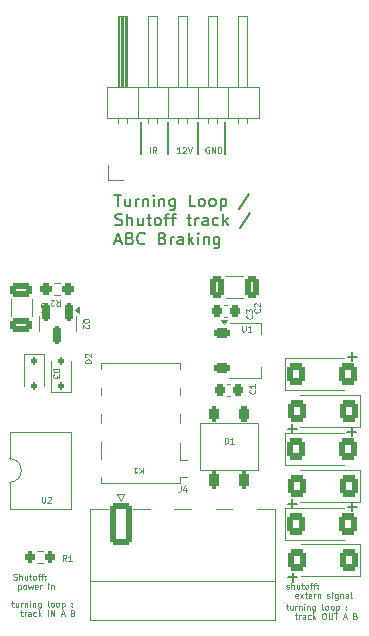
<source format=gbr>
%TF.GenerationSoftware,KiCad,Pcbnew,8.0.2*%
%TF.CreationDate,2024-11-30T22:02:43+01:00*%
%TF.ProjectId,keerlusRelais,6b656572-6c75-4735-9265-6c6169732e6b,rev?*%
%TF.SameCoordinates,Original*%
%TF.FileFunction,Legend,Top*%
%TF.FilePolarity,Positive*%
%FSLAX46Y46*%
G04 Gerber Fmt 4.6, Leading zero omitted, Abs format (unit mm)*
G04 Created by KiCad (PCBNEW 8.0.2) date 2024-11-30 22:02:43*
%MOMM*%
%LPD*%
G01*
G04 APERTURE LIST*
G04 Aperture macros list*
%AMRoundRect*
0 Rectangle with rounded corners*
0 $1 Rounding radius*
0 $2 $3 $4 $5 $6 $7 $8 $9 X,Y pos of 4 corners*
0 Add a 4 corners polygon primitive as box body*
4,1,4,$2,$3,$4,$5,$6,$7,$8,$9,$2,$3,0*
0 Add four circle primitives for the rounded corners*
1,1,$1+$1,$2,$3*
1,1,$1+$1,$4,$5*
1,1,$1+$1,$6,$7*
1,1,$1+$1,$8,$9*
0 Add four rect primitives between the rounded corners*
20,1,$1+$1,$2,$3,$4,$5,0*
20,1,$1+$1,$4,$5,$6,$7,0*
20,1,$1+$1,$6,$7,$8,$9,0*
20,1,$1+$1,$8,$9,$2,$3,0*%
%AMFreePoly0*
4,1,9,3.862500,-0.866500,0.737500,-0.866500,0.737500,-0.450000,-0.737500,-0.450000,-0.737500,0.450000,0.737500,0.450000,0.737500,0.866500,3.862500,0.866500,3.862500,-0.866500,3.862500,-0.866500,$1*%
G04 Aperture macros list end*
%ADD10C,0.150000*%
%ADD11C,0.075000*%
%ADD12C,0.120000*%
%ADD13O,1.700000X1.700000*%
%ADD14R,1.700000X1.700000*%
%ADD15RoundRect,0.285714X0.514286X0.614286X-0.514286X0.614286X-0.514286X-0.614286X0.514286X-0.614286X0*%
%ADD16RoundRect,0.285714X-0.514286X-0.614286X0.514286X-0.614286X0.514286X0.614286X-0.514286X0.614286X0*%
%ADD17RoundRect,0.212500X-0.212500X0.459000X-0.212500X-0.459000X0.212500X-0.459000X0.212500X0.459000X0*%
%ADD18RoundRect,0.210000X-0.210000X0.461500X-0.210000X-0.461500X0.210000X-0.461500X0.210000X0.461500X0*%
%ADD19RoundRect,0.210000X-0.210000X0.511500X-0.210000X-0.511500X0.210000X-0.511500X0.210000X0.511500X0*%
%ADD20RoundRect,0.200000X0.200000X0.275000X-0.200000X0.275000X-0.200000X-0.275000X0.200000X-0.275000X0*%
%ADD21RoundRect,0.112500X0.112500X-0.187500X0.112500X0.187500X-0.112500X0.187500X-0.112500X-0.187500X0*%
%ADD22RoundRect,0.237500X0.250000X0.237500X-0.250000X0.237500X-0.250000X-0.237500X0.250000X-0.237500X0*%
%ADD23RoundRect,0.250000X-0.325000X-0.650000X0.325000X-0.650000X0.325000X0.650000X-0.325000X0.650000X0*%
%ADD24RoundRect,0.250000X-0.650000X0.325000X-0.650000X-0.325000X0.650000X-0.325000X0.650000X0.325000X0*%
%ADD25R,1.800000X0.800000*%
%ADD26RoundRect,0.150000X-0.150000X0.587500X-0.150000X-0.587500X0.150000X-0.587500X0.150000X0.587500X0*%
%ADD27RoundRect,0.225000X0.225000X0.250000X-0.225000X0.250000X-0.225000X-0.250000X0.225000X-0.250000X0*%
%ADD28C,3.200000*%
%ADD29RoundRect,0.112500X-0.112500X0.187500X-0.112500X-0.187500X0.112500X-0.187500X0.112500X0.187500X0*%
%ADD30RoundRect,0.250000X-0.650000X-1.550000X0.650000X-1.550000X0.650000X1.550000X-0.650000X1.550000X0*%
%ADD31O,1.800000X3.600000*%
%ADD32R,1.780000X2.000000*%
%ADD33RoundRect,0.225000X-0.425000X-0.225000X0.425000X-0.225000X0.425000X0.225000X-0.425000X0.225000X0*%
%ADD34FreePoly0,0.000000*%
G04 APERTURE END LIST*
D10*
X145542000Y-25019000D02*
X145542000Y-27686000D01*
X143256000Y-25019000D02*
X143256000Y-27686000D01*
X140716000Y-25019000D02*
X140716000Y-27686000D01*
X138430000Y-25019000D02*
X138430000Y-27686000D01*
D11*
X141781294Y-27620909D02*
X141495580Y-27620909D01*
X141638437Y-27620909D02*
X141638437Y-27120909D01*
X141638437Y-27120909D02*
X141590818Y-27192338D01*
X141590818Y-27192338D02*
X141543199Y-27239957D01*
X141543199Y-27239957D02*
X141495580Y-27263766D01*
X141971770Y-27168528D02*
X141995579Y-27144719D01*
X141995579Y-27144719D02*
X142043198Y-27120909D01*
X142043198Y-27120909D02*
X142162246Y-27120909D01*
X142162246Y-27120909D02*
X142209865Y-27144719D01*
X142209865Y-27144719D02*
X142233674Y-27168528D01*
X142233674Y-27168528D02*
X142257484Y-27216147D01*
X142257484Y-27216147D02*
X142257484Y-27263766D01*
X142257484Y-27263766D02*
X142233674Y-27335195D01*
X142233674Y-27335195D02*
X141947960Y-27620909D01*
X141947960Y-27620909D02*
X142257484Y-27620909D01*
X142400341Y-27120909D02*
X142567007Y-27620909D01*
X142567007Y-27620909D02*
X142733674Y-27120909D01*
X144194294Y-27144719D02*
X144146675Y-27120909D01*
X144146675Y-27120909D02*
X144075246Y-27120909D01*
X144075246Y-27120909D02*
X144003818Y-27144719D01*
X144003818Y-27144719D02*
X143956199Y-27192338D01*
X143956199Y-27192338D02*
X143932389Y-27239957D01*
X143932389Y-27239957D02*
X143908580Y-27335195D01*
X143908580Y-27335195D02*
X143908580Y-27406623D01*
X143908580Y-27406623D02*
X143932389Y-27501861D01*
X143932389Y-27501861D02*
X143956199Y-27549480D01*
X143956199Y-27549480D02*
X144003818Y-27597100D01*
X144003818Y-27597100D02*
X144075246Y-27620909D01*
X144075246Y-27620909D02*
X144122865Y-27620909D01*
X144122865Y-27620909D02*
X144194294Y-27597100D01*
X144194294Y-27597100D02*
X144218103Y-27573290D01*
X144218103Y-27573290D02*
X144218103Y-27406623D01*
X144218103Y-27406623D02*
X144122865Y-27406623D01*
X144432389Y-27620909D02*
X144432389Y-27120909D01*
X144432389Y-27120909D02*
X144718103Y-27620909D01*
X144718103Y-27620909D02*
X144718103Y-27120909D01*
X144956199Y-27620909D02*
X144956199Y-27120909D01*
X144956199Y-27120909D02*
X145075247Y-27120909D01*
X145075247Y-27120909D02*
X145146675Y-27144719D01*
X145146675Y-27144719D02*
X145194294Y-27192338D01*
X145194294Y-27192338D02*
X145218104Y-27239957D01*
X145218104Y-27239957D02*
X145241913Y-27335195D01*
X145241913Y-27335195D02*
X145241913Y-27406623D01*
X145241913Y-27406623D02*
X145218104Y-27501861D01*
X145218104Y-27501861D02*
X145194294Y-27549480D01*
X145194294Y-27549480D02*
X145146675Y-27597100D01*
X145146675Y-27597100D02*
X145075247Y-27620909D01*
X145075247Y-27620909D02*
X144956199Y-27620909D01*
X139233389Y-27620909D02*
X139233389Y-27120909D01*
X139757198Y-27620909D02*
X139590532Y-27382814D01*
X139471484Y-27620909D02*
X139471484Y-27120909D01*
X139471484Y-27120909D02*
X139661960Y-27120909D01*
X139661960Y-27120909D02*
X139709579Y-27144719D01*
X139709579Y-27144719D02*
X139733389Y-27168528D01*
X139733389Y-27168528D02*
X139757198Y-27216147D01*
X139757198Y-27216147D02*
X139757198Y-27287576D01*
X139757198Y-27287576D02*
X139733389Y-27335195D01*
X139733389Y-27335195D02*
X139709579Y-27359004D01*
X139709579Y-27359004D02*
X139661960Y-27382814D01*
X139661960Y-27382814D02*
X139471484Y-27382814D01*
D10*
X136193922Y-31149931D02*
X136765350Y-31149931D01*
X136479636Y-32149931D02*
X136479636Y-31149931D01*
X137527255Y-31483264D02*
X137527255Y-32149931D01*
X137098684Y-31483264D02*
X137098684Y-32007073D01*
X137098684Y-32007073D02*
X137146303Y-32102312D01*
X137146303Y-32102312D02*
X137241541Y-32149931D01*
X137241541Y-32149931D02*
X137384398Y-32149931D01*
X137384398Y-32149931D02*
X137479636Y-32102312D01*
X137479636Y-32102312D02*
X137527255Y-32054692D01*
X138003446Y-32149931D02*
X138003446Y-31483264D01*
X138003446Y-31673740D02*
X138051065Y-31578502D01*
X138051065Y-31578502D02*
X138098684Y-31530883D01*
X138098684Y-31530883D02*
X138193922Y-31483264D01*
X138193922Y-31483264D02*
X138289160Y-31483264D01*
X138622494Y-31483264D02*
X138622494Y-32149931D01*
X138622494Y-31578502D02*
X138670113Y-31530883D01*
X138670113Y-31530883D02*
X138765351Y-31483264D01*
X138765351Y-31483264D02*
X138908208Y-31483264D01*
X138908208Y-31483264D02*
X139003446Y-31530883D01*
X139003446Y-31530883D02*
X139051065Y-31626121D01*
X139051065Y-31626121D02*
X139051065Y-32149931D01*
X139527256Y-32149931D02*
X139527256Y-31483264D01*
X139527256Y-31149931D02*
X139479637Y-31197550D01*
X139479637Y-31197550D02*
X139527256Y-31245169D01*
X139527256Y-31245169D02*
X139574875Y-31197550D01*
X139574875Y-31197550D02*
X139527256Y-31149931D01*
X139527256Y-31149931D02*
X139527256Y-31245169D01*
X140003446Y-31483264D02*
X140003446Y-32149931D01*
X140003446Y-31578502D02*
X140051065Y-31530883D01*
X140051065Y-31530883D02*
X140146303Y-31483264D01*
X140146303Y-31483264D02*
X140289160Y-31483264D01*
X140289160Y-31483264D02*
X140384398Y-31530883D01*
X140384398Y-31530883D02*
X140432017Y-31626121D01*
X140432017Y-31626121D02*
X140432017Y-32149931D01*
X141336779Y-31483264D02*
X141336779Y-32292788D01*
X141336779Y-32292788D02*
X141289160Y-32388026D01*
X141289160Y-32388026D02*
X141241541Y-32435645D01*
X141241541Y-32435645D02*
X141146303Y-32483264D01*
X141146303Y-32483264D02*
X141003446Y-32483264D01*
X141003446Y-32483264D02*
X140908208Y-32435645D01*
X141336779Y-32102312D02*
X141241541Y-32149931D01*
X141241541Y-32149931D02*
X141051065Y-32149931D01*
X141051065Y-32149931D02*
X140955827Y-32102312D01*
X140955827Y-32102312D02*
X140908208Y-32054692D01*
X140908208Y-32054692D02*
X140860589Y-31959454D01*
X140860589Y-31959454D02*
X140860589Y-31673740D01*
X140860589Y-31673740D02*
X140908208Y-31578502D01*
X140908208Y-31578502D02*
X140955827Y-31530883D01*
X140955827Y-31530883D02*
X141051065Y-31483264D01*
X141051065Y-31483264D02*
X141241541Y-31483264D01*
X141241541Y-31483264D02*
X141336779Y-31530883D01*
X143051065Y-32149931D02*
X142574875Y-32149931D01*
X142574875Y-32149931D02*
X142574875Y-31149931D01*
X143527256Y-32149931D02*
X143432018Y-32102312D01*
X143432018Y-32102312D02*
X143384399Y-32054692D01*
X143384399Y-32054692D02*
X143336780Y-31959454D01*
X143336780Y-31959454D02*
X143336780Y-31673740D01*
X143336780Y-31673740D02*
X143384399Y-31578502D01*
X143384399Y-31578502D02*
X143432018Y-31530883D01*
X143432018Y-31530883D02*
X143527256Y-31483264D01*
X143527256Y-31483264D02*
X143670113Y-31483264D01*
X143670113Y-31483264D02*
X143765351Y-31530883D01*
X143765351Y-31530883D02*
X143812970Y-31578502D01*
X143812970Y-31578502D02*
X143860589Y-31673740D01*
X143860589Y-31673740D02*
X143860589Y-31959454D01*
X143860589Y-31959454D02*
X143812970Y-32054692D01*
X143812970Y-32054692D02*
X143765351Y-32102312D01*
X143765351Y-32102312D02*
X143670113Y-32149931D01*
X143670113Y-32149931D02*
X143527256Y-32149931D01*
X144432018Y-32149931D02*
X144336780Y-32102312D01*
X144336780Y-32102312D02*
X144289161Y-32054692D01*
X144289161Y-32054692D02*
X144241542Y-31959454D01*
X144241542Y-31959454D02*
X144241542Y-31673740D01*
X144241542Y-31673740D02*
X144289161Y-31578502D01*
X144289161Y-31578502D02*
X144336780Y-31530883D01*
X144336780Y-31530883D02*
X144432018Y-31483264D01*
X144432018Y-31483264D02*
X144574875Y-31483264D01*
X144574875Y-31483264D02*
X144670113Y-31530883D01*
X144670113Y-31530883D02*
X144717732Y-31578502D01*
X144717732Y-31578502D02*
X144765351Y-31673740D01*
X144765351Y-31673740D02*
X144765351Y-31959454D01*
X144765351Y-31959454D02*
X144717732Y-32054692D01*
X144717732Y-32054692D02*
X144670113Y-32102312D01*
X144670113Y-32102312D02*
X144574875Y-32149931D01*
X144574875Y-32149931D02*
X144432018Y-32149931D01*
X145193923Y-31483264D02*
X145193923Y-32483264D01*
X145193923Y-31530883D02*
X145289161Y-31483264D01*
X145289161Y-31483264D02*
X145479637Y-31483264D01*
X145479637Y-31483264D02*
X145574875Y-31530883D01*
X145574875Y-31530883D02*
X145622494Y-31578502D01*
X145622494Y-31578502D02*
X145670113Y-31673740D01*
X145670113Y-31673740D02*
X145670113Y-31959454D01*
X145670113Y-31959454D02*
X145622494Y-32054692D01*
X145622494Y-32054692D02*
X145574875Y-32102312D01*
X145574875Y-32102312D02*
X145479637Y-32149931D01*
X145479637Y-32149931D02*
X145289161Y-32149931D01*
X145289161Y-32149931D02*
X145193923Y-32102312D01*
X147574875Y-31102312D02*
X146717733Y-32388026D01*
X136289160Y-33712256D02*
X136432017Y-33759875D01*
X136432017Y-33759875D02*
X136670112Y-33759875D01*
X136670112Y-33759875D02*
X136765350Y-33712256D01*
X136765350Y-33712256D02*
X136812969Y-33664636D01*
X136812969Y-33664636D02*
X136860588Y-33569398D01*
X136860588Y-33569398D02*
X136860588Y-33474160D01*
X136860588Y-33474160D02*
X136812969Y-33378922D01*
X136812969Y-33378922D02*
X136765350Y-33331303D01*
X136765350Y-33331303D02*
X136670112Y-33283684D01*
X136670112Y-33283684D02*
X136479636Y-33236065D01*
X136479636Y-33236065D02*
X136384398Y-33188446D01*
X136384398Y-33188446D02*
X136336779Y-33140827D01*
X136336779Y-33140827D02*
X136289160Y-33045589D01*
X136289160Y-33045589D02*
X136289160Y-32950351D01*
X136289160Y-32950351D02*
X136336779Y-32855113D01*
X136336779Y-32855113D02*
X136384398Y-32807494D01*
X136384398Y-32807494D02*
X136479636Y-32759875D01*
X136479636Y-32759875D02*
X136717731Y-32759875D01*
X136717731Y-32759875D02*
X136860588Y-32807494D01*
X137289160Y-33759875D02*
X137289160Y-32759875D01*
X137717731Y-33759875D02*
X137717731Y-33236065D01*
X137717731Y-33236065D02*
X137670112Y-33140827D01*
X137670112Y-33140827D02*
X137574874Y-33093208D01*
X137574874Y-33093208D02*
X137432017Y-33093208D01*
X137432017Y-33093208D02*
X137336779Y-33140827D01*
X137336779Y-33140827D02*
X137289160Y-33188446D01*
X138622493Y-33093208D02*
X138622493Y-33759875D01*
X138193922Y-33093208D02*
X138193922Y-33617017D01*
X138193922Y-33617017D02*
X138241541Y-33712256D01*
X138241541Y-33712256D02*
X138336779Y-33759875D01*
X138336779Y-33759875D02*
X138479636Y-33759875D01*
X138479636Y-33759875D02*
X138574874Y-33712256D01*
X138574874Y-33712256D02*
X138622493Y-33664636D01*
X138955827Y-33093208D02*
X139336779Y-33093208D01*
X139098684Y-32759875D02*
X139098684Y-33617017D01*
X139098684Y-33617017D02*
X139146303Y-33712256D01*
X139146303Y-33712256D02*
X139241541Y-33759875D01*
X139241541Y-33759875D02*
X139336779Y-33759875D01*
X139812970Y-33759875D02*
X139717732Y-33712256D01*
X139717732Y-33712256D02*
X139670113Y-33664636D01*
X139670113Y-33664636D02*
X139622494Y-33569398D01*
X139622494Y-33569398D02*
X139622494Y-33283684D01*
X139622494Y-33283684D02*
X139670113Y-33188446D01*
X139670113Y-33188446D02*
X139717732Y-33140827D01*
X139717732Y-33140827D02*
X139812970Y-33093208D01*
X139812970Y-33093208D02*
X139955827Y-33093208D01*
X139955827Y-33093208D02*
X140051065Y-33140827D01*
X140051065Y-33140827D02*
X140098684Y-33188446D01*
X140098684Y-33188446D02*
X140146303Y-33283684D01*
X140146303Y-33283684D02*
X140146303Y-33569398D01*
X140146303Y-33569398D02*
X140098684Y-33664636D01*
X140098684Y-33664636D02*
X140051065Y-33712256D01*
X140051065Y-33712256D02*
X139955827Y-33759875D01*
X139955827Y-33759875D02*
X139812970Y-33759875D01*
X140432018Y-33093208D02*
X140812970Y-33093208D01*
X140574875Y-33759875D02*
X140574875Y-32902732D01*
X140574875Y-32902732D02*
X140622494Y-32807494D01*
X140622494Y-32807494D02*
X140717732Y-32759875D01*
X140717732Y-32759875D02*
X140812970Y-32759875D01*
X141003447Y-33093208D02*
X141384399Y-33093208D01*
X141146304Y-33759875D02*
X141146304Y-32902732D01*
X141146304Y-32902732D02*
X141193923Y-32807494D01*
X141193923Y-32807494D02*
X141289161Y-32759875D01*
X141289161Y-32759875D02*
X141384399Y-32759875D01*
X142336781Y-33093208D02*
X142717733Y-33093208D01*
X142479638Y-32759875D02*
X142479638Y-33617017D01*
X142479638Y-33617017D02*
X142527257Y-33712256D01*
X142527257Y-33712256D02*
X142622495Y-33759875D01*
X142622495Y-33759875D02*
X142717733Y-33759875D01*
X143051067Y-33759875D02*
X143051067Y-33093208D01*
X143051067Y-33283684D02*
X143098686Y-33188446D01*
X143098686Y-33188446D02*
X143146305Y-33140827D01*
X143146305Y-33140827D02*
X143241543Y-33093208D01*
X143241543Y-33093208D02*
X143336781Y-33093208D01*
X144098686Y-33759875D02*
X144098686Y-33236065D01*
X144098686Y-33236065D02*
X144051067Y-33140827D01*
X144051067Y-33140827D02*
X143955829Y-33093208D01*
X143955829Y-33093208D02*
X143765353Y-33093208D01*
X143765353Y-33093208D02*
X143670115Y-33140827D01*
X144098686Y-33712256D02*
X144003448Y-33759875D01*
X144003448Y-33759875D02*
X143765353Y-33759875D01*
X143765353Y-33759875D02*
X143670115Y-33712256D01*
X143670115Y-33712256D02*
X143622496Y-33617017D01*
X143622496Y-33617017D02*
X143622496Y-33521779D01*
X143622496Y-33521779D02*
X143670115Y-33426541D01*
X143670115Y-33426541D02*
X143765353Y-33378922D01*
X143765353Y-33378922D02*
X144003448Y-33378922D01*
X144003448Y-33378922D02*
X144098686Y-33331303D01*
X145003448Y-33712256D02*
X144908210Y-33759875D01*
X144908210Y-33759875D02*
X144717734Y-33759875D01*
X144717734Y-33759875D02*
X144622496Y-33712256D01*
X144622496Y-33712256D02*
X144574877Y-33664636D01*
X144574877Y-33664636D02*
X144527258Y-33569398D01*
X144527258Y-33569398D02*
X144527258Y-33283684D01*
X144527258Y-33283684D02*
X144574877Y-33188446D01*
X144574877Y-33188446D02*
X144622496Y-33140827D01*
X144622496Y-33140827D02*
X144717734Y-33093208D01*
X144717734Y-33093208D02*
X144908210Y-33093208D01*
X144908210Y-33093208D02*
X145003448Y-33140827D01*
X145432020Y-33759875D02*
X145432020Y-32759875D01*
X145527258Y-33378922D02*
X145812972Y-33759875D01*
X145812972Y-33093208D02*
X145432020Y-33474160D01*
X147717734Y-32712256D02*
X146860592Y-33997970D01*
X136289160Y-35084104D02*
X136765350Y-35084104D01*
X136193922Y-35369819D02*
X136527255Y-34369819D01*
X136527255Y-34369819D02*
X136860588Y-35369819D01*
X137527255Y-34846009D02*
X137670112Y-34893628D01*
X137670112Y-34893628D02*
X137717731Y-34941247D01*
X137717731Y-34941247D02*
X137765350Y-35036485D01*
X137765350Y-35036485D02*
X137765350Y-35179342D01*
X137765350Y-35179342D02*
X137717731Y-35274580D01*
X137717731Y-35274580D02*
X137670112Y-35322200D01*
X137670112Y-35322200D02*
X137574874Y-35369819D01*
X137574874Y-35369819D02*
X137193922Y-35369819D01*
X137193922Y-35369819D02*
X137193922Y-34369819D01*
X137193922Y-34369819D02*
X137527255Y-34369819D01*
X137527255Y-34369819D02*
X137622493Y-34417438D01*
X137622493Y-34417438D02*
X137670112Y-34465057D01*
X137670112Y-34465057D02*
X137717731Y-34560295D01*
X137717731Y-34560295D02*
X137717731Y-34655533D01*
X137717731Y-34655533D02*
X137670112Y-34750771D01*
X137670112Y-34750771D02*
X137622493Y-34798390D01*
X137622493Y-34798390D02*
X137527255Y-34846009D01*
X137527255Y-34846009D02*
X137193922Y-34846009D01*
X138765350Y-35274580D02*
X138717731Y-35322200D01*
X138717731Y-35322200D02*
X138574874Y-35369819D01*
X138574874Y-35369819D02*
X138479636Y-35369819D01*
X138479636Y-35369819D02*
X138336779Y-35322200D01*
X138336779Y-35322200D02*
X138241541Y-35226961D01*
X138241541Y-35226961D02*
X138193922Y-35131723D01*
X138193922Y-35131723D02*
X138146303Y-34941247D01*
X138146303Y-34941247D02*
X138146303Y-34798390D01*
X138146303Y-34798390D02*
X138193922Y-34607914D01*
X138193922Y-34607914D02*
X138241541Y-34512676D01*
X138241541Y-34512676D02*
X138336779Y-34417438D01*
X138336779Y-34417438D02*
X138479636Y-34369819D01*
X138479636Y-34369819D02*
X138574874Y-34369819D01*
X138574874Y-34369819D02*
X138717731Y-34417438D01*
X138717731Y-34417438D02*
X138765350Y-34465057D01*
X140289160Y-34846009D02*
X140432017Y-34893628D01*
X140432017Y-34893628D02*
X140479636Y-34941247D01*
X140479636Y-34941247D02*
X140527255Y-35036485D01*
X140527255Y-35036485D02*
X140527255Y-35179342D01*
X140527255Y-35179342D02*
X140479636Y-35274580D01*
X140479636Y-35274580D02*
X140432017Y-35322200D01*
X140432017Y-35322200D02*
X140336779Y-35369819D01*
X140336779Y-35369819D02*
X139955827Y-35369819D01*
X139955827Y-35369819D02*
X139955827Y-34369819D01*
X139955827Y-34369819D02*
X140289160Y-34369819D01*
X140289160Y-34369819D02*
X140384398Y-34417438D01*
X140384398Y-34417438D02*
X140432017Y-34465057D01*
X140432017Y-34465057D02*
X140479636Y-34560295D01*
X140479636Y-34560295D02*
X140479636Y-34655533D01*
X140479636Y-34655533D02*
X140432017Y-34750771D01*
X140432017Y-34750771D02*
X140384398Y-34798390D01*
X140384398Y-34798390D02*
X140289160Y-34846009D01*
X140289160Y-34846009D02*
X139955827Y-34846009D01*
X140955827Y-35369819D02*
X140955827Y-34703152D01*
X140955827Y-34893628D02*
X141003446Y-34798390D01*
X141003446Y-34798390D02*
X141051065Y-34750771D01*
X141051065Y-34750771D02*
X141146303Y-34703152D01*
X141146303Y-34703152D02*
X141241541Y-34703152D01*
X142003446Y-35369819D02*
X142003446Y-34846009D01*
X142003446Y-34846009D02*
X141955827Y-34750771D01*
X141955827Y-34750771D02*
X141860589Y-34703152D01*
X141860589Y-34703152D02*
X141670113Y-34703152D01*
X141670113Y-34703152D02*
X141574875Y-34750771D01*
X142003446Y-35322200D02*
X141908208Y-35369819D01*
X141908208Y-35369819D02*
X141670113Y-35369819D01*
X141670113Y-35369819D02*
X141574875Y-35322200D01*
X141574875Y-35322200D02*
X141527256Y-35226961D01*
X141527256Y-35226961D02*
X141527256Y-35131723D01*
X141527256Y-35131723D02*
X141574875Y-35036485D01*
X141574875Y-35036485D02*
X141670113Y-34988866D01*
X141670113Y-34988866D02*
X141908208Y-34988866D01*
X141908208Y-34988866D02*
X142003446Y-34941247D01*
X142479637Y-35369819D02*
X142479637Y-34369819D01*
X142574875Y-34988866D02*
X142860589Y-35369819D01*
X142860589Y-34703152D02*
X142479637Y-35084104D01*
X143289161Y-35369819D02*
X143289161Y-34703152D01*
X143289161Y-34369819D02*
X143241542Y-34417438D01*
X143241542Y-34417438D02*
X143289161Y-34465057D01*
X143289161Y-34465057D02*
X143336780Y-34417438D01*
X143336780Y-34417438D02*
X143289161Y-34369819D01*
X143289161Y-34369819D02*
X143289161Y-34465057D01*
X143765351Y-34703152D02*
X143765351Y-35369819D01*
X143765351Y-34798390D02*
X143812970Y-34750771D01*
X143812970Y-34750771D02*
X143908208Y-34703152D01*
X143908208Y-34703152D02*
X144051065Y-34703152D01*
X144051065Y-34703152D02*
X144146303Y-34750771D01*
X144146303Y-34750771D02*
X144193922Y-34846009D01*
X144193922Y-34846009D02*
X144193922Y-35369819D01*
X145098684Y-34703152D02*
X145098684Y-35512676D01*
X145098684Y-35512676D02*
X145051065Y-35607914D01*
X145051065Y-35607914D02*
X145003446Y-35655533D01*
X145003446Y-35655533D02*
X144908208Y-35703152D01*
X144908208Y-35703152D02*
X144765351Y-35703152D01*
X144765351Y-35703152D02*
X144670113Y-35655533D01*
X145098684Y-35322200D02*
X145003446Y-35369819D01*
X145003446Y-35369819D02*
X144812970Y-35369819D01*
X144812970Y-35369819D02*
X144717732Y-35322200D01*
X144717732Y-35322200D02*
X144670113Y-35274580D01*
X144670113Y-35274580D02*
X144622494Y-35179342D01*
X144622494Y-35179342D02*
X144622494Y-34893628D01*
X144622494Y-34893628D02*
X144670113Y-34798390D01*
X144670113Y-34798390D02*
X144717732Y-34750771D01*
X144717732Y-34750771D02*
X144812970Y-34703152D01*
X144812970Y-34703152D02*
X145003446Y-34703152D01*
X145003446Y-34703152D02*
X145098684Y-34750771D01*
D11*
X150718961Y-65954604D02*
X150909437Y-65954604D01*
X150790389Y-65787937D02*
X150790389Y-66216508D01*
X150790389Y-66216508D02*
X150814199Y-66264128D01*
X150814199Y-66264128D02*
X150861818Y-66287937D01*
X150861818Y-66287937D02*
X150909437Y-66287937D01*
X151290389Y-65954604D02*
X151290389Y-66287937D01*
X151076103Y-65954604D02*
X151076103Y-66216508D01*
X151076103Y-66216508D02*
X151099913Y-66264128D01*
X151099913Y-66264128D02*
X151147532Y-66287937D01*
X151147532Y-66287937D02*
X151218960Y-66287937D01*
X151218960Y-66287937D02*
X151266579Y-66264128D01*
X151266579Y-66264128D02*
X151290389Y-66240318D01*
X151528484Y-66287937D02*
X151528484Y-65954604D01*
X151528484Y-66049842D02*
X151552294Y-66002223D01*
X151552294Y-66002223D02*
X151576103Y-65978413D01*
X151576103Y-65978413D02*
X151623722Y-65954604D01*
X151623722Y-65954604D02*
X151671341Y-65954604D01*
X151838008Y-65954604D02*
X151838008Y-66287937D01*
X151838008Y-66002223D02*
X151861818Y-65978413D01*
X151861818Y-65978413D02*
X151909437Y-65954604D01*
X151909437Y-65954604D02*
X151980865Y-65954604D01*
X151980865Y-65954604D02*
X152028484Y-65978413D01*
X152028484Y-65978413D02*
X152052294Y-66026032D01*
X152052294Y-66026032D02*
X152052294Y-66287937D01*
X152290389Y-66287937D02*
X152290389Y-65954604D01*
X152290389Y-65787937D02*
X152266580Y-65811747D01*
X152266580Y-65811747D02*
X152290389Y-65835556D01*
X152290389Y-65835556D02*
X152314199Y-65811747D01*
X152314199Y-65811747D02*
X152290389Y-65787937D01*
X152290389Y-65787937D02*
X152290389Y-65835556D01*
X152528484Y-65954604D02*
X152528484Y-66287937D01*
X152528484Y-66002223D02*
X152552294Y-65978413D01*
X152552294Y-65978413D02*
X152599913Y-65954604D01*
X152599913Y-65954604D02*
X152671341Y-65954604D01*
X152671341Y-65954604D02*
X152718960Y-65978413D01*
X152718960Y-65978413D02*
X152742770Y-66026032D01*
X152742770Y-66026032D02*
X152742770Y-66287937D01*
X153195151Y-65954604D02*
X153195151Y-66359366D01*
X153195151Y-66359366D02*
X153171341Y-66406985D01*
X153171341Y-66406985D02*
X153147532Y-66430794D01*
X153147532Y-66430794D02*
X153099913Y-66454604D01*
X153099913Y-66454604D02*
X153028484Y-66454604D01*
X153028484Y-66454604D02*
X152980865Y-66430794D01*
X153195151Y-66264128D02*
X153147532Y-66287937D01*
X153147532Y-66287937D02*
X153052294Y-66287937D01*
X153052294Y-66287937D02*
X153004675Y-66264128D01*
X153004675Y-66264128D02*
X152980865Y-66240318D01*
X152980865Y-66240318D02*
X152957056Y-66192699D01*
X152957056Y-66192699D02*
X152957056Y-66049842D01*
X152957056Y-66049842D02*
X152980865Y-66002223D01*
X152980865Y-66002223D02*
X153004675Y-65978413D01*
X153004675Y-65978413D02*
X153052294Y-65954604D01*
X153052294Y-65954604D02*
X153147532Y-65954604D01*
X153147532Y-65954604D02*
X153195151Y-65978413D01*
X153885627Y-66287937D02*
X153838008Y-66264128D01*
X153838008Y-66264128D02*
X153814198Y-66216508D01*
X153814198Y-66216508D02*
X153814198Y-65787937D01*
X154147532Y-66287937D02*
X154099913Y-66264128D01*
X154099913Y-66264128D02*
X154076103Y-66240318D01*
X154076103Y-66240318D02*
X154052294Y-66192699D01*
X154052294Y-66192699D02*
X154052294Y-66049842D01*
X154052294Y-66049842D02*
X154076103Y-66002223D01*
X154076103Y-66002223D02*
X154099913Y-65978413D01*
X154099913Y-65978413D02*
X154147532Y-65954604D01*
X154147532Y-65954604D02*
X154218960Y-65954604D01*
X154218960Y-65954604D02*
X154266579Y-65978413D01*
X154266579Y-65978413D02*
X154290389Y-66002223D01*
X154290389Y-66002223D02*
X154314198Y-66049842D01*
X154314198Y-66049842D02*
X154314198Y-66192699D01*
X154314198Y-66192699D02*
X154290389Y-66240318D01*
X154290389Y-66240318D02*
X154266579Y-66264128D01*
X154266579Y-66264128D02*
X154218960Y-66287937D01*
X154218960Y-66287937D02*
X154147532Y-66287937D01*
X154599913Y-66287937D02*
X154552294Y-66264128D01*
X154552294Y-66264128D02*
X154528484Y-66240318D01*
X154528484Y-66240318D02*
X154504675Y-66192699D01*
X154504675Y-66192699D02*
X154504675Y-66049842D01*
X154504675Y-66049842D02*
X154528484Y-66002223D01*
X154528484Y-66002223D02*
X154552294Y-65978413D01*
X154552294Y-65978413D02*
X154599913Y-65954604D01*
X154599913Y-65954604D02*
X154671341Y-65954604D01*
X154671341Y-65954604D02*
X154718960Y-65978413D01*
X154718960Y-65978413D02*
X154742770Y-66002223D01*
X154742770Y-66002223D02*
X154766579Y-66049842D01*
X154766579Y-66049842D02*
X154766579Y-66192699D01*
X154766579Y-66192699D02*
X154742770Y-66240318D01*
X154742770Y-66240318D02*
X154718960Y-66264128D01*
X154718960Y-66264128D02*
X154671341Y-66287937D01*
X154671341Y-66287937D02*
X154599913Y-66287937D01*
X154980865Y-65954604D02*
X154980865Y-66454604D01*
X154980865Y-65978413D02*
X155028484Y-65954604D01*
X155028484Y-65954604D02*
X155123722Y-65954604D01*
X155123722Y-65954604D02*
X155171341Y-65978413D01*
X155171341Y-65978413D02*
X155195151Y-66002223D01*
X155195151Y-66002223D02*
X155218960Y-66049842D01*
X155218960Y-66049842D02*
X155218960Y-66192699D01*
X155218960Y-66192699D02*
X155195151Y-66240318D01*
X155195151Y-66240318D02*
X155171341Y-66264128D01*
X155171341Y-66264128D02*
X155123722Y-66287937D01*
X155123722Y-66287937D02*
X155028484Y-66287937D01*
X155028484Y-66287937D02*
X154980865Y-66264128D01*
X155814198Y-66240318D02*
X155838008Y-66264128D01*
X155838008Y-66264128D02*
X155814198Y-66287937D01*
X155814198Y-66287937D02*
X155790389Y-66264128D01*
X155790389Y-66264128D02*
X155814198Y-66240318D01*
X155814198Y-66240318D02*
X155814198Y-66287937D01*
X155814198Y-65978413D02*
X155838008Y-66002223D01*
X155838008Y-66002223D02*
X155814198Y-66026032D01*
X155814198Y-66026032D02*
X155790389Y-66002223D01*
X155790389Y-66002223D02*
X155814198Y-65978413D01*
X155814198Y-65978413D02*
X155814198Y-66026032D01*
X151480865Y-66759576D02*
X151671341Y-66759576D01*
X151552293Y-66592909D02*
X151552293Y-67021480D01*
X151552293Y-67021480D02*
X151576103Y-67069100D01*
X151576103Y-67069100D02*
X151623722Y-67092909D01*
X151623722Y-67092909D02*
X151671341Y-67092909D01*
X151838007Y-67092909D02*
X151838007Y-66759576D01*
X151838007Y-66854814D02*
X151861817Y-66807195D01*
X151861817Y-66807195D02*
X151885626Y-66783385D01*
X151885626Y-66783385D02*
X151933245Y-66759576D01*
X151933245Y-66759576D02*
X151980864Y-66759576D01*
X152361817Y-67092909D02*
X152361817Y-66831004D01*
X152361817Y-66831004D02*
X152338007Y-66783385D01*
X152338007Y-66783385D02*
X152290388Y-66759576D01*
X152290388Y-66759576D02*
X152195150Y-66759576D01*
X152195150Y-66759576D02*
X152147531Y-66783385D01*
X152361817Y-67069100D02*
X152314198Y-67092909D01*
X152314198Y-67092909D02*
X152195150Y-67092909D01*
X152195150Y-67092909D02*
X152147531Y-67069100D01*
X152147531Y-67069100D02*
X152123722Y-67021480D01*
X152123722Y-67021480D02*
X152123722Y-66973861D01*
X152123722Y-66973861D02*
X152147531Y-66926242D01*
X152147531Y-66926242D02*
X152195150Y-66902433D01*
X152195150Y-66902433D02*
X152314198Y-66902433D01*
X152314198Y-66902433D02*
X152361817Y-66878623D01*
X152814198Y-67069100D02*
X152766579Y-67092909D01*
X152766579Y-67092909D02*
X152671341Y-67092909D01*
X152671341Y-67092909D02*
X152623722Y-67069100D01*
X152623722Y-67069100D02*
X152599912Y-67045290D01*
X152599912Y-67045290D02*
X152576103Y-66997671D01*
X152576103Y-66997671D02*
X152576103Y-66854814D01*
X152576103Y-66854814D02*
X152599912Y-66807195D01*
X152599912Y-66807195D02*
X152623722Y-66783385D01*
X152623722Y-66783385D02*
X152671341Y-66759576D01*
X152671341Y-66759576D02*
X152766579Y-66759576D01*
X152766579Y-66759576D02*
X152814198Y-66783385D01*
X153028483Y-67092909D02*
X153028483Y-66592909D01*
X153076102Y-66902433D02*
X153218959Y-67092909D01*
X153218959Y-66759576D02*
X153028483Y-66950052D01*
X153909435Y-66592909D02*
X154004673Y-66592909D01*
X154004673Y-66592909D02*
X154052292Y-66616719D01*
X154052292Y-66616719D02*
X154099911Y-66664338D01*
X154099911Y-66664338D02*
X154123721Y-66759576D01*
X154123721Y-66759576D02*
X154123721Y-66926242D01*
X154123721Y-66926242D02*
X154099911Y-67021480D01*
X154099911Y-67021480D02*
X154052292Y-67069100D01*
X154052292Y-67069100D02*
X154004673Y-67092909D01*
X154004673Y-67092909D02*
X153909435Y-67092909D01*
X153909435Y-67092909D02*
X153861816Y-67069100D01*
X153861816Y-67069100D02*
X153814197Y-67021480D01*
X153814197Y-67021480D02*
X153790388Y-66926242D01*
X153790388Y-66926242D02*
X153790388Y-66759576D01*
X153790388Y-66759576D02*
X153814197Y-66664338D01*
X153814197Y-66664338D02*
X153861816Y-66616719D01*
X153861816Y-66616719D02*
X153909435Y-66592909D01*
X154338007Y-66592909D02*
X154338007Y-66997671D01*
X154338007Y-66997671D02*
X154361817Y-67045290D01*
X154361817Y-67045290D02*
X154385626Y-67069100D01*
X154385626Y-67069100D02*
X154433245Y-67092909D01*
X154433245Y-67092909D02*
X154528483Y-67092909D01*
X154528483Y-67092909D02*
X154576102Y-67069100D01*
X154576102Y-67069100D02*
X154599912Y-67045290D01*
X154599912Y-67045290D02*
X154623721Y-66997671D01*
X154623721Y-66997671D02*
X154623721Y-66592909D01*
X154790389Y-66592909D02*
X155076103Y-66592909D01*
X154933246Y-67092909D02*
X154933246Y-66592909D01*
X155599912Y-66950052D02*
X155838007Y-66950052D01*
X155552293Y-67092909D02*
X155718959Y-66592909D01*
X155718959Y-66592909D02*
X155885626Y-67092909D01*
X156599911Y-66831004D02*
X156671339Y-66854814D01*
X156671339Y-66854814D02*
X156695149Y-66878623D01*
X156695149Y-66878623D02*
X156718958Y-66926242D01*
X156718958Y-66926242D02*
X156718958Y-66997671D01*
X156718958Y-66997671D02*
X156695149Y-67045290D01*
X156695149Y-67045290D02*
X156671339Y-67069100D01*
X156671339Y-67069100D02*
X156623720Y-67092909D01*
X156623720Y-67092909D02*
X156433244Y-67092909D01*
X156433244Y-67092909D02*
X156433244Y-66592909D01*
X156433244Y-66592909D02*
X156599911Y-66592909D01*
X156599911Y-66592909D02*
X156647530Y-66616719D01*
X156647530Y-66616719D02*
X156671339Y-66640528D01*
X156671339Y-66640528D02*
X156695149Y-66688147D01*
X156695149Y-66688147D02*
X156695149Y-66735766D01*
X156695149Y-66735766D02*
X156671339Y-66783385D01*
X156671339Y-66783385D02*
X156647530Y-66807195D01*
X156647530Y-66807195D02*
X156599911Y-66831004D01*
X156599911Y-66831004D02*
X156433244Y-66831004D01*
X150766580Y-64486128D02*
X150814199Y-64509937D01*
X150814199Y-64509937D02*
X150909437Y-64509937D01*
X150909437Y-64509937D02*
X150957056Y-64486128D01*
X150957056Y-64486128D02*
X150980865Y-64438508D01*
X150980865Y-64438508D02*
X150980865Y-64414699D01*
X150980865Y-64414699D02*
X150957056Y-64367080D01*
X150957056Y-64367080D02*
X150909437Y-64343270D01*
X150909437Y-64343270D02*
X150838008Y-64343270D01*
X150838008Y-64343270D02*
X150790389Y-64319461D01*
X150790389Y-64319461D02*
X150766580Y-64271842D01*
X150766580Y-64271842D02*
X150766580Y-64248032D01*
X150766580Y-64248032D02*
X150790389Y-64200413D01*
X150790389Y-64200413D02*
X150838008Y-64176604D01*
X150838008Y-64176604D02*
X150909437Y-64176604D01*
X150909437Y-64176604D02*
X150957056Y-64200413D01*
X151195151Y-64509937D02*
X151195151Y-64009937D01*
X151409437Y-64509937D02*
X151409437Y-64248032D01*
X151409437Y-64248032D02*
X151385627Y-64200413D01*
X151385627Y-64200413D02*
X151338008Y-64176604D01*
X151338008Y-64176604D02*
X151266580Y-64176604D01*
X151266580Y-64176604D02*
X151218961Y-64200413D01*
X151218961Y-64200413D02*
X151195151Y-64224223D01*
X151861818Y-64176604D02*
X151861818Y-64509937D01*
X151647532Y-64176604D02*
X151647532Y-64438508D01*
X151647532Y-64438508D02*
X151671342Y-64486128D01*
X151671342Y-64486128D02*
X151718961Y-64509937D01*
X151718961Y-64509937D02*
X151790389Y-64509937D01*
X151790389Y-64509937D02*
X151838008Y-64486128D01*
X151838008Y-64486128D02*
X151861818Y-64462318D01*
X152028485Y-64176604D02*
X152218961Y-64176604D01*
X152099913Y-64009937D02*
X152099913Y-64438508D01*
X152099913Y-64438508D02*
X152123723Y-64486128D01*
X152123723Y-64486128D02*
X152171342Y-64509937D01*
X152171342Y-64509937D02*
X152218961Y-64509937D01*
X152457056Y-64509937D02*
X152409437Y-64486128D01*
X152409437Y-64486128D02*
X152385627Y-64462318D01*
X152385627Y-64462318D02*
X152361818Y-64414699D01*
X152361818Y-64414699D02*
X152361818Y-64271842D01*
X152361818Y-64271842D02*
X152385627Y-64224223D01*
X152385627Y-64224223D02*
X152409437Y-64200413D01*
X152409437Y-64200413D02*
X152457056Y-64176604D01*
X152457056Y-64176604D02*
X152528484Y-64176604D01*
X152528484Y-64176604D02*
X152576103Y-64200413D01*
X152576103Y-64200413D02*
X152599913Y-64224223D01*
X152599913Y-64224223D02*
X152623722Y-64271842D01*
X152623722Y-64271842D02*
X152623722Y-64414699D01*
X152623722Y-64414699D02*
X152599913Y-64462318D01*
X152599913Y-64462318D02*
X152576103Y-64486128D01*
X152576103Y-64486128D02*
X152528484Y-64509937D01*
X152528484Y-64509937D02*
X152457056Y-64509937D01*
X152766580Y-64176604D02*
X152957056Y-64176604D01*
X152838008Y-64509937D02*
X152838008Y-64081366D01*
X152838008Y-64081366D02*
X152861818Y-64033747D01*
X152861818Y-64033747D02*
X152909437Y-64009937D01*
X152909437Y-64009937D02*
X152957056Y-64009937D01*
X153052294Y-64176604D02*
X153242770Y-64176604D01*
X153123722Y-64509937D02*
X153123722Y-64081366D01*
X153123722Y-64081366D02*
X153147532Y-64033747D01*
X153147532Y-64033747D02*
X153195151Y-64009937D01*
X153195151Y-64009937D02*
X153242770Y-64009937D01*
X153409436Y-64462318D02*
X153433246Y-64486128D01*
X153433246Y-64486128D02*
X153409436Y-64509937D01*
X153409436Y-64509937D02*
X153385627Y-64486128D01*
X153385627Y-64486128D02*
X153409436Y-64462318D01*
X153409436Y-64462318D02*
X153409436Y-64509937D01*
X153409436Y-64200413D02*
X153433246Y-64224223D01*
X153433246Y-64224223D02*
X153409436Y-64248032D01*
X153409436Y-64248032D02*
X153385627Y-64224223D01*
X153385627Y-64224223D02*
X153409436Y-64200413D01*
X153409436Y-64200413D02*
X153409436Y-64248032D01*
X151742769Y-65291100D02*
X151695150Y-65314909D01*
X151695150Y-65314909D02*
X151599912Y-65314909D01*
X151599912Y-65314909D02*
X151552293Y-65291100D01*
X151552293Y-65291100D02*
X151528484Y-65243480D01*
X151528484Y-65243480D02*
X151528484Y-65053004D01*
X151528484Y-65053004D02*
X151552293Y-65005385D01*
X151552293Y-65005385D02*
X151599912Y-64981576D01*
X151599912Y-64981576D02*
X151695150Y-64981576D01*
X151695150Y-64981576D02*
X151742769Y-65005385D01*
X151742769Y-65005385D02*
X151766579Y-65053004D01*
X151766579Y-65053004D02*
X151766579Y-65100623D01*
X151766579Y-65100623D02*
X151528484Y-65148242D01*
X151933245Y-65314909D02*
X152195150Y-64981576D01*
X151933245Y-64981576D02*
X152195150Y-65314909D01*
X152314198Y-64981576D02*
X152504674Y-64981576D01*
X152385626Y-64814909D02*
X152385626Y-65243480D01*
X152385626Y-65243480D02*
X152409436Y-65291100D01*
X152409436Y-65291100D02*
X152457055Y-65314909D01*
X152457055Y-65314909D02*
X152504674Y-65314909D01*
X152861816Y-65291100D02*
X152814197Y-65314909D01*
X152814197Y-65314909D02*
X152718959Y-65314909D01*
X152718959Y-65314909D02*
X152671340Y-65291100D01*
X152671340Y-65291100D02*
X152647531Y-65243480D01*
X152647531Y-65243480D02*
X152647531Y-65053004D01*
X152647531Y-65053004D02*
X152671340Y-65005385D01*
X152671340Y-65005385D02*
X152718959Y-64981576D01*
X152718959Y-64981576D02*
X152814197Y-64981576D01*
X152814197Y-64981576D02*
X152861816Y-65005385D01*
X152861816Y-65005385D02*
X152885626Y-65053004D01*
X152885626Y-65053004D02*
X152885626Y-65100623D01*
X152885626Y-65100623D02*
X152647531Y-65148242D01*
X153099911Y-65314909D02*
X153099911Y-64981576D01*
X153099911Y-65076814D02*
X153123721Y-65029195D01*
X153123721Y-65029195D02*
X153147530Y-65005385D01*
X153147530Y-65005385D02*
X153195149Y-64981576D01*
X153195149Y-64981576D02*
X153242768Y-64981576D01*
X153409435Y-64981576D02*
X153409435Y-65314909D01*
X153409435Y-65029195D02*
X153433245Y-65005385D01*
X153433245Y-65005385D02*
X153480864Y-64981576D01*
X153480864Y-64981576D02*
X153552292Y-64981576D01*
X153552292Y-64981576D02*
X153599911Y-65005385D01*
X153599911Y-65005385D02*
X153623721Y-65053004D01*
X153623721Y-65053004D02*
X153623721Y-65314909D01*
X154218959Y-65291100D02*
X154266578Y-65314909D01*
X154266578Y-65314909D02*
X154361816Y-65314909D01*
X154361816Y-65314909D02*
X154409435Y-65291100D01*
X154409435Y-65291100D02*
X154433244Y-65243480D01*
X154433244Y-65243480D02*
X154433244Y-65219671D01*
X154433244Y-65219671D02*
X154409435Y-65172052D01*
X154409435Y-65172052D02*
X154361816Y-65148242D01*
X154361816Y-65148242D02*
X154290387Y-65148242D01*
X154290387Y-65148242D02*
X154242768Y-65124433D01*
X154242768Y-65124433D02*
X154218959Y-65076814D01*
X154218959Y-65076814D02*
X154218959Y-65053004D01*
X154218959Y-65053004D02*
X154242768Y-65005385D01*
X154242768Y-65005385D02*
X154290387Y-64981576D01*
X154290387Y-64981576D02*
X154361816Y-64981576D01*
X154361816Y-64981576D02*
X154409435Y-65005385D01*
X154647530Y-65314909D02*
X154647530Y-64981576D01*
X154647530Y-64814909D02*
X154623721Y-64838719D01*
X154623721Y-64838719D02*
X154647530Y-64862528D01*
X154647530Y-64862528D02*
X154671340Y-64838719D01*
X154671340Y-64838719D02*
X154647530Y-64814909D01*
X154647530Y-64814909D02*
X154647530Y-64862528D01*
X155099911Y-64981576D02*
X155099911Y-65386338D01*
X155099911Y-65386338D02*
X155076101Y-65433957D01*
X155076101Y-65433957D02*
X155052292Y-65457766D01*
X155052292Y-65457766D02*
X155004673Y-65481576D01*
X155004673Y-65481576D02*
X154933244Y-65481576D01*
X154933244Y-65481576D02*
X154885625Y-65457766D01*
X155099911Y-65291100D02*
X155052292Y-65314909D01*
X155052292Y-65314909D02*
X154957054Y-65314909D01*
X154957054Y-65314909D02*
X154909435Y-65291100D01*
X154909435Y-65291100D02*
X154885625Y-65267290D01*
X154885625Y-65267290D02*
X154861816Y-65219671D01*
X154861816Y-65219671D02*
X154861816Y-65076814D01*
X154861816Y-65076814D02*
X154885625Y-65029195D01*
X154885625Y-65029195D02*
X154909435Y-65005385D01*
X154909435Y-65005385D02*
X154957054Y-64981576D01*
X154957054Y-64981576D02*
X155052292Y-64981576D01*
X155052292Y-64981576D02*
X155099911Y-65005385D01*
X155338006Y-64981576D02*
X155338006Y-65314909D01*
X155338006Y-65029195D02*
X155361816Y-65005385D01*
X155361816Y-65005385D02*
X155409435Y-64981576D01*
X155409435Y-64981576D02*
X155480863Y-64981576D01*
X155480863Y-64981576D02*
X155528482Y-65005385D01*
X155528482Y-65005385D02*
X155552292Y-65053004D01*
X155552292Y-65053004D02*
X155552292Y-65314909D01*
X156004673Y-65314909D02*
X156004673Y-65053004D01*
X156004673Y-65053004D02*
X155980863Y-65005385D01*
X155980863Y-65005385D02*
X155933244Y-64981576D01*
X155933244Y-64981576D02*
X155838006Y-64981576D01*
X155838006Y-64981576D02*
X155790387Y-65005385D01*
X156004673Y-65291100D02*
X155957054Y-65314909D01*
X155957054Y-65314909D02*
X155838006Y-65314909D01*
X155838006Y-65314909D02*
X155790387Y-65291100D01*
X155790387Y-65291100D02*
X155766578Y-65243480D01*
X155766578Y-65243480D02*
X155766578Y-65195861D01*
X155766578Y-65195861D02*
X155790387Y-65148242D01*
X155790387Y-65148242D02*
X155838006Y-65124433D01*
X155838006Y-65124433D02*
X155957054Y-65124433D01*
X155957054Y-65124433D02*
X156004673Y-65100623D01*
X156314197Y-65314909D02*
X156266578Y-65291100D01*
X156266578Y-65291100D02*
X156242768Y-65243480D01*
X156242768Y-65243480D02*
X156242768Y-64814909D01*
X127652580Y-63724128D02*
X127724008Y-63747937D01*
X127724008Y-63747937D02*
X127843056Y-63747937D01*
X127843056Y-63747937D02*
X127890675Y-63724128D01*
X127890675Y-63724128D02*
X127914484Y-63700318D01*
X127914484Y-63700318D02*
X127938294Y-63652699D01*
X127938294Y-63652699D02*
X127938294Y-63605080D01*
X127938294Y-63605080D02*
X127914484Y-63557461D01*
X127914484Y-63557461D02*
X127890675Y-63533651D01*
X127890675Y-63533651D02*
X127843056Y-63509842D01*
X127843056Y-63509842D02*
X127747818Y-63486032D01*
X127747818Y-63486032D02*
X127700199Y-63462223D01*
X127700199Y-63462223D02*
X127676389Y-63438413D01*
X127676389Y-63438413D02*
X127652580Y-63390794D01*
X127652580Y-63390794D02*
X127652580Y-63343175D01*
X127652580Y-63343175D02*
X127676389Y-63295556D01*
X127676389Y-63295556D02*
X127700199Y-63271747D01*
X127700199Y-63271747D02*
X127747818Y-63247937D01*
X127747818Y-63247937D02*
X127866865Y-63247937D01*
X127866865Y-63247937D02*
X127938294Y-63271747D01*
X128152579Y-63747937D02*
X128152579Y-63247937D01*
X128366865Y-63747937D02*
X128366865Y-63486032D01*
X128366865Y-63486032D02*
X128343055Y-63438413D01*
X128343055Y-63438413D02*
X128295436Y-63414604D01*
X128295436Y-63414604D02*
X128224008Y-63414604D01*
X128224008Y-63414604D02*
X128176389Y-63438413D01*
X128176389Y-63438413D02*
X128152579Y-63462223D01*
X128819246Y-63414604D02*
X128819246Y-63747937D01*
X128604960Y-63414604D02*
X128604960Y-63676508D01*
X128604960Y-63676508D02*
X128628770Y-63724128D01*
X128628770Y-63724128D02*
X128676389Y-63747937D01*
X128676389Y-63747937D02*
X128747817Y-63747937D01*
X128747817Y-63747937D02*
X128795436Y-63724128D01*
X128795436Y-63724128D02*
X128819246Y-63700318D01*
X128985913Y-63414604D02*
X129176389Y-63414604D01*
X129057341Y-63247937D02*
X129057341Y-63676508D01*
X129057341Y-63676508D02*
X129081151Y-63724128D01*
X129081151Y-63724128D02*
X129128770Y-63747937D01*
X129128770Y-63747937D02*
X129176389Y-63747937D01*
X129414484Y-63747937D02*
X129366865Y-63724128D01*
X129366865Y-63724128D02*
X129343055Y-63700318D01*
X129343055Y-63700318D02*
X129319246Y-63652699D01*
X129319246Y-63652699D02*
X129319246Y-63509842D01*
X129319246Y-63509842D02*
X129343055Y-63462223D01*
X129343055Y-63462223D02*
X129366865Y-63438413D01*
X129366865Y-63438413D02*
X129414484Y-63414604D01*
X129414484Y-63414604D02*
X129485912Y-63414604D01*
X129485912Y-63414604D02*
X129533531Y-63438413D01*
X129533531Y-63438413D02*
X129557341Y-63462223D01*
X129557341Y-63462223D02*
X129581150Y-63509842D01*
X129581150Y-63509842D02*
X129581150Y-63652699D01*
X129581150Y-63652699D02*
X129557341Y-63700318D01*
X129557341Y-63700318D02*
X129533531Y-63724128D01*
X129533531Y-63724128D02*
X129485912Y-63747937D01*
X129485912Y-63747937D02*
X129414484Y-63747937D01*
X129724008Y-63414604D02*
X129914484Y-63414604D01*
X129795436Y-63747937D02*
X129795436Y-63319366D01*
X129795436Y-63319366D02*
X129819246Y-63271747D01*
X129819246Y-63271747D02*
X129866865Y-63247937D01*
X129866865Y-63247937D02*
X129914484Y-63247937D01*
X130009722Y-63414604D02*
X130200198Y-63414604D01*
X130081150Y-63747937D02*
X130081150Y-63319366D01*
X130081150Y-63319366D02*
X130104960Y-63271747D01*
X130104960Y-63271747D02*
X130152579Y-63247937D01*
X130152579Y-63247937D02*
X130200198Y-63247937D01*
X130366864Y-63700318D02*
X130390674Y-63724128D01*
X130390674Y-63724128D02*
X130366864Y-63747937D01*
X130366864Y-63747937D02*
X130343055Y-63724128D01*
X130343055Y-63724128D02*
X130366864Y-63700318D01*
X130366864Y-63700318D02*
X130366864Y-63747937D01*
X130366864Y-63438413D02*
X130390674Y-63462223D01*
X130390674Y-63462223D02*
X130366864Y-63486032D01*
X130366864Y-63486032D02*
X130343055Y-63462223D01*
X130343055Y-63462223D02*
X130366864Y-63438413D01*
X130366864Y-63438413D02*
X130366864Y-63486032D01*
X128057341Y-64219576D02*
X128057341Y-64719576D01*
X128057341Y-64243385D02*
X128104960Y-64219576D01*
X128104960Y-64219576D02*
X128200198Y-64219576D01*
X128200198Y-64219576D02*
X128247817Y-64243385D01*
X128247817Y-64243385D02*
X128271627Y-64267195D01*
X128271627Y-64267195D02*
X128295436Y-64314814D01*
X128295436Y-64314814D02*
X128295436Y-64457671D01*
X128295436Y-64457671D02*
X128271627Y-64505290D01*
X128271627Y-64505290D02*
X128247817Y-64529100D01*
X128247817Y-64529100D02*
X128200198Y-64552909D01*
X128200198Y-64552909D02*
X128104960Y-64552909D01*
X128104960Y-64552909D02*
X128057341Y-64529100D01*
X128581151Y-64552909D02*
X128533532Y-64529100D01*
X128533532Y-64529100D02*
X128509722Y-64505290D01*
X128509722Y-64505290D02*
X128485913Y-64457671D01*
X128485913Y-64457671D02*
X128485913Y-64314814D01*
X128485913Y-64314814D02*
X128509722Y-64267195D01*
X128509722Y-64267195D02*
X128533532Y-64243385D01*
X128533532Y-64243385D02*
X128581151Y-64219576D01*
X128581151Y-64219576D02*
X128652579Y-64219576D01*
X128652579Y-64219576D02*
X128700198Y-64243385D01*
X128700198Y-64243385D02*
X128724008Y-64267195D01*
X128724008Y-64267195D02*
X128747817Y-64314814D01*
X128747817Y-64314814D02*
X128747817Y-64457671D01*
X128747817Y-64457671D02*
X128724008Y-64505290D01*
X128724008Y-64505290D02*
X128700198Y-64529100D01*
X128700198Y-64529100D02*
X128652579Y-64552909D01*
X128652579Y-64552909D02*
X128581151Y-64552909D01*
X128914484Y-64219576D02*
X129009722Y-64552909D01*
X129009722Y-64552909D02*
X129104960Y-64314814D01*
X129104960Y-64314814D02*
X129200198Y-64552909D01*
X129200198Y-64552909D02*
X129295436Y-64219576D01*
X129676389Y-64529100D02*
X129628770Y-64552909D01*
X129628770Y-64552909D02*
X129533532Y-64552909D01*
X129533532Y-64552909D02*
X129485913Y-64529100D01*
X129485913Y-64529100D02*
X129462104Y-64481480D01*
X129462104Y-64481480D02*
X129462104Y-64291004D01*
X129462104Y-64291004D02*
X129485913Y-64243385D01*
X129485913Y-64243385D02*
X129533532Y-64219576D01*
X129533532Y-64219576D02*
X129628770Y-64219576D01*
X129628770Y-64219576D02*
X129676389Y-64243385D01*
X129676389Y-64243385D02*
X129700199Y-64291004D01*
X129700199Y-64291004D02*
X129700199Y-64338623D01*
X129700199Y-64338623D02*
X129462104Y-64386242D01*
X129914484Y-64552909D02*
X129914484Y-64219576D01*
X129914484Y-64314814D02*
X129938294Y-64267195D01*
X129938294Y-64267195D02*
X129962103Y-64243385D01*
X129962103Y-64243385D02*
X130009722Y-64219576D01*
X130009722Y-64219576D02*
X130057341Y-64219576D01*
X130604960Y-64552909D02*
X130604960Y-64219576D01*
X130604960Y-64052909D02*
X130581151Y-64076719D01*
X130581151Y-64076719D02*
X130604960Y-64100528D01*
X130604960Y-64100528D02*
X130628770Y-64076719D01*
X130628770Y-64076719D02*
X130604960Y-64052909D01*
X130604960Y-64052909D02*
X130604960Y-64100528D01*
X130843055Y-64219576D02*
X130843055Y-64552909D01*
X130843055Y-64267195D02*
X130866865Y-64243385D01*
X130866865Y-64243385D02*
X130914484Y-64219576D01*
X130914484Y-64219576D02*
X130985912Y-64219576D01*
X130985912Y-64219576D02*
X131033531Y-64243385D01*
X131033531Y-64243385D02*
X131057341Y-64291004D01*
X131057341Y-64291004D02*
X131057341Y-64552909D01*
X127477961Y-65700604D02*
X127668437Y-65700604D01*
X127549389Y-65533937D02*
X127549389Y-65962508D01*
X127549389Y-65962508D02*
X127573199Y-66010128D01*
X127573199Y-66010128D02*
X127620818Y-66033937D01*
X127620818Y-66033937D02*
X127668437Y-66033937D01*
X128049389Y-65700604D02*
X128049389Y-66033937D01*
X127835103Y-65700604D02*
X127835103Y-65962508D01*
X127835103Y-65962508D02*
X127858913Y-66010128D01*
X127858913Y-66010128D02*
X127906532Y-66033937D01*
X127906532Y-66033937D02*
X127977960Y-66033937D01*
X127977960Y-66033937D02*
X128025579Y-66010128D01*
X128025579Y-66010128D02*
X128049389Y-65986318D01*
X128287484Y-66033937D02*
X128287484Y-65700604D01*
X128287484Y-65795842D02*
X128311294Y-65748223D01*
X128311294Y-65748223D02*
X128335103Y-65724413D01*
X128335103Y-65724413D02*
X128382722Y-65700604D01*
X128382722Y-65700604D02*
X128430341Y-65700604D01*
X128597008Y-65700604D02*
X128597008Y-66033937D01*
X128597008Y-65748223D02*
X128620818Y-65724413D01*
X128620818Y-65724413D02*
X128668437Y-65700604D01*
X128668437Y-65700604D02*
X128739865Y-65700604D01*
X128739865Y-65700604D02*
X128787484Y-65724413D01*
X128787484Y-65724413D02*
X128811294Y-65772032D01*
X128811294Y-65772032D02*
X128811294Y-66033937D01*
X129049389Y-66033937D02*
X129049389Y-65700604D01*
X129049389Y-65533937D02*
X129025580Y-65557747D01*
X129025580Y-65557747D02*
X129049389Y-65581556D01*
X129049389Y-65581556D02*
X129073199Y-65557747D01*
X129073199Y-65557747D02*
X129049389Y-65533937D01*
X129049389Y-65533937D02*
X129049389Y-65581556D01*
X129287484Y-65700604D02*
X129287484Y-66033937D01*
X129287484Y-65748223D02*
X129311294Y-65724413D01*
X129311294Y-65724413D02*
X129358913Y-65700604D01*
X129358913Y-65700604D02*
X129430341Y-65700604D01*
X129430341Y-65700604D02*
X129477960Y-65724413D01*
X129477960Y-65724413D02*
X129501770Y-65772032D01*
X129501770Y-65772032D02*
X129501770Y-66033937D01*
X129954151Y-65700604D02*
X129954151Y-66105366D01*
X129954151Y-66105366D02*
X129930341Y-66152985D01*
X129930341Y-66152985D02*
X129906532Y-66176794D01*
X129906532Y-66176794D02*
X129858913Y-66200604D01*
X129858913Y-66200604D02*
X129787484Y-66200604D01*
X129787484Y-66200604D02*
X129739865Y-66176794D01*
X129954151Y-66010128D02*
X129906532Y-66033937D01*
X129906532Y-66033937D02*
X129811294Y-66033937D01*
X129811294Y-66033937D02*
X129763675Y-66010128D01*
X129763675Y-66010128D02*
X129739865Y-65986318D01*
X129739865Y-65986318D02*
X129716056Y-65938699D01*
X129716056Y-65938699D02*
X129716056Y-65795842D01*
X129716056Y-65795842D02*
X129739865Y-65748223D01*
X129739865Y-65748223D02*
X129763675Y-65724413D01*
X129763675Y-65724413D02*
X129811294Y-65700604D01*
X129811294Y-65700604D02*
X129906532Y-65700604D01*
X129906532Y-65700604D02*
X129954151Y-65724413D01*
X130644627Y-66033937D02*
X130597008Y-66010128D01*
X130597008Y-66010128D02*
X130573198Y-65962508D01*
X130573198Y-65962508D02*
X130573198Y-65533937D01*
X130906532Y-66033937D02*
X130858913Y-66010128D01*
X130858913Y-66010128D02*
X130835103Y-65986318D01*
X130835103Y-65986318D02*
X130811294Y-65938699D01*
X130811294Y-65938699D02*
X130811294Y-65795842D01*
X130811294Y-65795842D02*
X130835103Y-65748223D01*
X130835103Y-65748223D02*
X130858913Y-65724413D01*
X130858913Y-65724413D02*
X130906532Y-65700604D01*
X130906532Y-65700604D02*
X130977960Y-65700604D01*
X130977960Y-65700604D02*
X131025579Y-65724413D01*
X131025579Y-65724413D02*
X131049389Y-65748223D01*
X131049389Y-65748223D02*
X131073198Y-65795842D01*
X131073198Y-65795842D02*
X131073198Y-65938699D01*
X131073198Y-65938699D02*
X131049389Y-65986318D01*
X131049389Y-65986318D02*
X131025579Y-66010128D01*
X131025579Y-66010128D02*
X130977960Y-66033937D01*
X130977960Y-66033937D02*
X130906532Y-66033937D01*
X131358913Y-66033937D02*
X131311294Y-66010128D01*
X131311294Y-66010128D02*
X131287484Y-65986318D01*
X131287484Y-65986318D02*
X131263675Y-65938699D01*
X131263675Y-65938699D02*
X131263675Y-65795842D01*
X131263675Y-65795842D02*
X131287484Y-65748223D01*
X131287484Y-65748223D02*
X131311294Y-65724413D01*
X131311294Y-65724413D02*
X131358913Y-65700604D01*
X131358913Y-65700604D02*
X131430341Y-65700604D01*
X131430341Y-65700604D02*
X131477960Y-65724413D01*
X131477960Y-65724413D02*
X131501770Y-65748223D01*
X131501770Y-65748223D02*
X131525579Y-65795842D01*
X131525579Y-65795842D02*
X131525579Y-65938699D01*
X131525579Y-65938699D02*
X131501770Y-65986318D01*
X131501770Y-65986318D02*
X131477960Y-66010128D01*
X131477960Y-66010128D02*
X131430341Y-66033937D01*
X131430341Y-66033937D02*
X131358913Y-66033937D01*
X131739865Y-65700604D02*
X131739865Y-66200604D01*
X131739865Y-65724413D02*
X131787484Y-65700604D01*
X131787484Y-65700604D02*
X131882722Y-65700604D01*
X131882722Y-65700604D02*
X131930341Y-65724413D01*
X131930341Y-65724413D02*
X131954151Y-65748223D01*
X131954151Y-65748223D02*
X131977960Y-65795842D01*
X131977960Y-65795842D02*
X131977960Y-65938699D01*
X131977960Y-65938699D02*
X131954151Y-65986318D01*
X131954151Y-65986318D02*
X131930341Y-66010128D01*
X131930341Y-66010128D02*
X131882722Y-66033937D01*
X131882722Y-66033937D02*
X131787484Y-66033937D01*
X131787484Y-66033937D02*
X131739865Y-66010128D01*
X132573198Y-65986318D02*
X132597008Y-66010128D01*
X132597008Y-66010128D02*
X132573198Y-66033937D01*
X132573198Y-66033937D02*
X132549389Y-66010128D01*
X132549389Y-66010128D02*
X132573198Y-65986318D01*
X132573198Y-65986318D02*
X132573198Y-66033937D01*
X132573198Y-65724413D02*
X132597008Y-65748223D01*
X132597008Y-65748223D02*
X132573198Y-65772032D01*
X132573198Y-65772032D02*
X132549389Y-65748223D01*
X132549389Y-65748223D02*
X132573198Y-65724413D01*
X132573198Y-65724413D02*
X132573198Y-65772032D01*
X128239865Y-66505576D02*
X128430341Y-66505576D01*
X128311293Y-66338909D02*
X128311293Y-66767480D01*
X128311293Y-66767480D02*
X128335103Y-66815100D01*
X128335103Y-66815100D02*
X128382722Y-66838909D01*
X128382722Y-66838909D02*
X128430341Y-66838909D01*
X128597007Y-66838909D02*
X128597007Y-66505576D01*
X128597007Y-66600814D02*
X128620817Y-66553195D01*
X128620817Y-66553195D02*
X128644626Y-66529385D01*
X128644626Y-66529385D02*
X128692245Y-66505576D01*
X128692245Y-66505576D02*
X128739864Y-66505576D01*
X129120817Y-66838909D02*
X129120817Y-66577004D01*
X129120817Y-66577004D02*
X129097007Y-66529385D01*
X129097007Y-66529385D02*
X129049388Y-66505576D01*
X129049388Y-66505576D02*
X128954150Y-66505576D01*
X128954150Y-66505576D02*
X128906531Y-66529385D01*
X129120817Y-66815100D02*
X129073198Y-66838909D01*
X129073198Y-66838909D02*
X128954150Y-66838909D01*
X128954150Y-66838909D02*
X128906531Y-66815100D01*
X128906531Y-66815100D02*
X128882722Y-66767480D01*
X128882722Y-66767480D02*
X128882722Y-66719861D01*
X128882722Y-66719861D02*
X128906531Y-66672242D01*
X128906531Y-66672242D02*
X128954150Y-66648433D01*
X128954150Y-66648433D02*
X129073198Y-66648433D01*
X129073198Y-66648433D02*
X129120817Y-66624623D01*
X129573198Y-66815100D02*
X129525579Y-66838909D01*
X129525579Y-66838909D02*
X129430341Y-66838909D01*
X129430341Y-66838909D02*
X129382722Y-66815100D01*
X129382722Y-66815100D02*
X129358912Y-66791290D01*
X129358912Y-66791290D02*
X129335103Y-66743671D01*
X129335103Y-66743671D02*
X129335103Y-66600814D01*
X129335103Y-66600814D02*
X129358912Y-66553195D01*
X129358912Y-66553195D02*
X129382722Y-66529385D01*
X129382722Y-66529385D02*
X129430341Y-66505576D01*
X129430341Y-66505576D02*
X129525579Y-66505576D01*
X129525579Y-66505576D02*
X129573198Y-66529385D01*
X129787483Y-66838909D02*
X129787483Y-66338909D01*
X129835102Y-66648433D02*
X129977959Y-66838909D01*
X129977959Y-66505576D02*
X129787483Y-66696052D01*
X130573197Y-66838909D02*
X130573197Y-66338909D01*
X130811292Y-66838909D02*
X130811292Y-66338909D01*
X130811292Y-66338909D02*
X131097006Y-66838909D01*
X131097006Y-66838909D02*
X131097006Y-66338909D01*
X131692245Y-66696052D02*
X131930340Y-66696052D01*
X131644626Y-66838909D02*
X131811292Y-66338909D01*
X131811292Y-66338909D02*
X131977959Y-66838909D01*
X132692244Y-66577004D02*
X132763672Y-66600814D01*
X132763672Y-66600814D02*
X132787482Y-66624623D01*
X132787482Y-66624623D02*
X132811291Y-66672242D01*
X132811291Y-66672242D02*
X132811291Y-66743671D01*
X132811291Y-66743671D02*
X132787482Y-66791290D01*
X132787482Y-66791290D02*
X132763672Y-66815100D01*
X132763672Y-66815100D02*
X132716053Y-66838909D01*
X132716053Y-66838909D02*
X132525577Y-66838909D01*
X132525577Y-66838909D02*
X132525577Y-66338909D01*
X132525577Y-66338909D02*
X132692244Y-66338909D01*
X132692244Y-66338909D02*
X132739863Y-66362719D01*
X132739863Y-66362719D02*
X132763672Y-66386528D01*
X132763672Y-66386528D02*
X132787482Y-66434147D01*
X132787482Y-66434147D02*
X132787482Y-66481766D01*
X132787482Y-66481766D02*
X132763672Y-66529385D01*
X132763672Y-66529385D02*
X132739863Y-66553195D01*
X132739863Y-66553195D02*
X132692244Y-66577004D01*
X132692244Y-66577004D02*
X132525577Y-66577004D01*
D10*
X151660220Y-57316133D02*
X150898316Y-57316133D01*
X151279268Y-56935180D02*
X151279268Y-57697085D01*
X155969779Y-44868866D02*
X156731684Y-44868866D01*
X156350731Y-45249819D02*
X156350731Y-44487914D01*
D11*
X145553952Y-52227409D02*
X145553952Y-51727409D01*
X145553952Y-51727409D02*
X145673000Y-51727409D01*
X145673000Y-51727409D02*
X145744428Y-51751219D01*
X145744428Y-51751219D02*
X145792047Y-51798838D01*
X145792047Y-51798838D02*
X145815857Y-51846457D01*
X145815857Y-51846457D02*
X145839666Y-51941695D01*
X145839666Y-51941695D02*
X145839666Y-52013123D01*
X145839666Y-52013123D02*
X145815857Y-52108361D01*
X145815857Y-52108361D02*
X145792047Y-52155980D01*
X145792047Y-52155980D02*
X145744428Y-52203600D01*
X145744428Y-52203600D02*
X145673000Y-52227409D01*
X145673000Y-52227409D02*
X145553952Y-52227409D01*
X146315857Y-52227409D02*
X146030143Y-52227409D01*
X146173000Y-52227409D02*
X146173000Y-51727409D01*
X146173000Y-51727409D02*
X146125381Y-51798838D01*
X146125381Y-51798838D02*
X146077762Y-51846457D01*
X146077762Y-51846457D02*
X146030143Y-51870266D01*
X132123666Y-62178409D02*
X131957000Y-61940314D01*
X131837952Y-62178409D02*
X131837952Y-61678409D01*
X131837952Y-61678409D02*
X132028428Y-61678409D01*
X132028428Y-61678409D02*
X132076047Y-61702219D01*
X132076047Y-61702219D02*
X132099857Y-61726028D01*
X132099857Y-61726028D02*
X132123666Y-61773647D01*
X132123666Y-61773647D02*
X132123666Y-61845076D01*
X132123666Y-61845076D02*
X132099857Y-61892695D01*
X132099857Y-61892695D02*
X132076047Y-61916504D01*
X132076047Y-61916504D02*
X132028428Y-61940314D01*
X132028428Y-61940314D02*
X131837952Y-61940314D01*
X132599857Y-62178409D02*
X132314143Y-62178409D01*
X132457000Y-62178409D02*
X132457000Y-61678409D01*
X132457000Y-61678409D02*
X132409381Y-61749838D01*
X132409381Y-61749838D02*
X132361762Y-61797457D01*
X132361762Y-61797457D02*
X132314143Y-61821266D01*
X134220409Y-45389047D02*
X133720409Y-45389047D01*
X133720409Y-45389047D02*
X133720409Y-45269999D01*
X133720409Y-45269999D02*
X133744219Y-45198571D01*
X133744219Y-45198571D02*
X133791838Y-45150952D01*
X133791838Y-45150952D02*
X133839457Y-45127142D01*
X133839457Y-45127142D02*
X133934695Y-45103333D01*
X133934695Y-45103333D02*
X134006123Y-45103333D01*
X134006123Y-45103333D02*
X134101361Y-45127142D01*
X134101361Y-45127142D02*
X134148980Y-45150952D01*
X134148980Y-45150952D02*
X134196600Y-45198571D01*
X134196600Y-45198571D02*
X134220409Y-45269999D01*
X134220409Y-45269999D02*
X134220409Y-45389047D01*
X133768028Y-44912856D02*
X133744219Y-44889047D01*
X133744219Y-44889047D02*
X133720409Y-44841428D01*
X133720409Y-44841428D02*
X133720409Y-44722380D01*
X133720409Y-44722380D02*
X133744219Y-44674761D01*
X133744219Y-44674761D02*
X133768028Y-44650952D01*
X133768028Y-44650952D02*
X133815647Y-44627142D01*
X133815647Y-44627142D02*
X133863266Y-44627142D01*
X133863266Y-44627142D02*
X133934695Y-44650952D01*
X133934695Y-44650952D02*
X134220409Y-44936666D01*
X134220409Y-44936666D02*
X134220409Y-44627142D01*
D10*
X151687220Y-63539133D02*
X150925316Y-63539133D01*
X151306268Y-63158180D02*
X151306268Y-63920085D01*
D11*
X131280833Y-40039090D02*
X131447499Y-40277185D01*
X131566547Y-40039090D02*
X131566547Y-40539090D01*
X131566547Y-40539090D02*
X131376071Y-40539090D01*
X131376071Y-40539090D02*
X131328452Y-40515280D01*
X131328452Y-40515280D02*
X131304642Y-40491471D01*
X131304642Y-40491471D02*
X131280833Y-40443852D01*
X131280833Y-40443852D02*
X131280833Y-40372423D01*
X131280833Y-40372423D02*
X131304642Y-40324804D01*
X131304642Y-40324804D02*
X131328452Y-40300995D01*
X131328452Y-40300995D02*
X131376071Y-40277185D01*
X131376071Y-40277185D02*
X131566547Y-40277185D01*
X131090356Y-40491471D02*
X131066547Y-40515280D01*
X131066547Y-40515280D02*
X131018928Y-40539090D01*
X131018928Y-40539090D02*
X130899880Y-40539090D01*
X130899880Y-40539090D02*
X130852261Y-40515280D01*
X130852261Y-40515280D02*
X130828452Y-40491471D01*
X130828452Y-40491471D02*
X130804642Y-40443852D01*
X130804642Y-40443852D02*
X130804642Y-40396233D01*
X130804642Y-40396233D02*
X130828452Y-40324804D01*
X130828452Y-40324804D02*
X131114166Y-40039090D01*
X131114166Y-40039090D02*
X130804642Y-40039090D01*
X148471290Y-40827333D02*
X148495100Y-40851142D01*
X148495100Y-40851142D02*
X148518909Y-40922571D01*
X148518909Y-40922571D02*
X148518909Y-40970190D01*
X148518909Y-40970190D02*
X148495100Y-41041618D01*
X148495100Y-41041618D02*
X148447480Y-41089237D01*
X148447480Y-41089237D02*
X148399861Y-41113047D01*
X148399861Y-41113047D02*
X148304623Y-41136856D01*
X148304623Y-41136856D02*
X148233195Y-41136856D01*
X148233195Y-41136856D02*
X148137957Y-41113047D01*
X148137957Y-41113047D02*
X148090338Y-41089237D01*
X148090338Y-41089237D02*
X148042719Y-41041618D01*
X148042719Y-41041618D02*
X148018909Y-40970190D01*
X148018909Y-40970190D02*
X148018909Y-40922571D01*
X148018909Y-40922571D02*
X148042719Y-40851142D01*
X148042719Y-40851142D02*
X148066528Y-40827333D01*
X148066528Y-40636856D02*
X148042719Y-40613047D01*
X148042719Y-40613047D02*
X148018909Y-40565428D01*
X148018909Y-40565428D02*
X148018909Y-40446380D01*
X148018909Y-40446380D02*
X148042719Y-40398761D01*
X148042719Y-40398761D02*
X148066528Y-40374952D01*
X148066528Y-40374952D02*
X148114147Y-40351142D01*
X148114147Y-40351142D02*
X148161766Y-40351142D01*
X148161766Y-40351142D02*
X148233195Y-40374952D01*
X148233195Y-40374952D02*
X148518909Y-40660666D01*
X148518909Y-40660666D02*
X148518909Y-40351142D01*
X129993209Y-40631166D02*
X129969400Y-40607357D01*
X129969400Y-40607357D02*
X129945590Y-40535928D01*
X129945590Y-40535928D02*
X129945590Y-40488309D01*
X129945590Y-40488309D02*
X129969400Y-40416881D01*
X129969400Y-40416881D02*
X130017019Y-40369262D01*
X130017019Y-40369262D02*
X130064638Y-40345452D01*
X130064638Y-40345452D02*
X130159876Y-40321643D01*
X130159876Y-40321643D02*
X130231304Y-40321643D01*
X130231304Y-40321643D02*
X130326542Y-40345452D01*
X130326542Y-40345452D02*
X130374161Y-40369262D01*
X130374161Y-40369262D02*
X130421780Y-40416881D01*
X130421780Y-40416881D02*
X130445590Y-40488309D01*
X130445590Y-40488309D02*
X130445590Y-40535928D01*
X130445590Y-40535928D02*
X130421780Y-40607357D01*
X130421780Y-40607357D02*
X130397971Y-40631166D01*
X130278923Y-41059738D02*
X129945590Y-41059738D01*
X130469400Y-40940690D02*
X130112257Y-40821643D01*
X130112257Y-40821643D02*
X130112257Y-41131166D01*
X138592047Y-54260590D02*
X138592047Y-54760590D01*
X138306333Y-54260590D02*
X138520618Y-54546304D01*
X138306333Y-54760590D02*
X138592047Y-54474876D01*
X137830142Y-54260590D02*
X138115856Y-54260590D01*
X137972999Y-54260590D02*
X137972999Y-54760590D01*
X137972999Y-54760590D02*
X138020618Y-54689161D01*
X138020618Y-54689161D02*
X138068237Y-54641542D01*
X138068237Y-54641542D02*
X138115856Y-54617733D01*
D10*
X155969779Y-57568866D02*
X156731684Y-57568866D01*
X156350731Y-57949819D02*
X156350731Y-57187914D01*
X151660220Y-50966133D02*
X150898316Y-50966133D01*
X151279268Y-50585180D02*
X151279268Y-51347085D01*
D11*
X133495971Y-42014880D02*
X133519780Y-41967261D01*
X133519780Y-41967261D02*
X133567400Y-41919642D01*
X133567400Y-41919642D02*
X133638828Y-41848214D01*
X133638828Y-41848214D02*
X133662638Y-41800595D01*
X133662638Y-41800595D02*
X133662638Y-41752976D01*
X133543590Y-41776785D02*
X133567400Y-41729166D01*
X133567400Y-41729166D02*
X133615019Y-41681547D01*
X133615019Y-41681547D02*
X133710257Y-41657738D01*
X133710257Y-41657738D02*
X133876923Y-41657738D01*
X133876923Y-41657738D02*
X133972161Y-41681547D01*
X133972161Y-41681547D02*
X134019780Y-41729166D01*
X134019780Y-41729166D02*
X134043590Y-41776785D01*
X134043590Y-41776785D02*
X134043590Y-41872023D01*
X134043590Y-41872023D02*
X134019780Y-41919642D01*
X134019780Y-41919642D02*
X133972161Y-41967261D01*
X133972161Y-41967261D02*
X133876923Y-41991071D01*
X133876923Y-41991071D02*
X133710257Y-41991071D01*
X133710257Y-41991071D02*
X133615019Y-41967261D01*
X133615019Y-41967261D02*
X133567400Y-41919642D01*
X133567400Y-41919642D02*
X133543590Y-41872023D01*
X133543590Y-41872023D02*
X133543590Y-41776785D01*
X133995971Y-42181548D02*
X134019780Y-42205357D01*
X134019780Y-42205357D02*
X134043590Y-42252976D01*
X134043590Y-42252976D02*
X134043590Y-42372024D01*
X134043590Y-42372024D02*
X134019780Y-42419643D01*
X134019780Y-42419643D02*
X133995971Y-42443452D01*
X133995971Y-42443452D02*
X133948352Y-42467262D01*
X133948352Y-42467262D02*
X133900733Y-42467262D01*
X133900733Y-42467262D02*
X133829304Y-42443452D01*
X133829304Y-42443452D02*
X133543590Y-42157738D01*
X133543590Y-42157738D02*
X133543590Y-42467262D01*
X147836290Y-41335333D02*
X147860100Y-41359142D01*
X147860100Y-41359142D02*
X147883909Y-41430571D01*
X147883909Y-41430571D02*
X147883909Y-41478190D01*
X147883909Y-41478190D02*
X147860100Y-41549618D01*
X147860100Y-41549618D02*
X147812480Y-41597237D01*
X147812480Y-41597237D02*
X147764861Y-41621047D01*
X147764861Y-41621047D02*
X147669623Y-41644856D01*
X147669623Y-41644856D02*
X147598195Y-41644856D01*
X147598195Y-41644856D02*
X147502957Y-41621047D01*
X147502957Y-41621047D02*
X147455338Y-41597237D01*
X147455338Y-41597237D02*
X147407719Y-41549618D01*
X147407719Y-41549618D02*
X147383909Y-41478190D01*
X147383909Y-41478190D02*
X147383909Y-41430571D01*
X147383909Y-41430571D02*
X147407719Y-41359142D01*
X147407719Y-41359142D02*
X147431528Y-41335333D01*
X147383909Y-41168666D02*
X147383909Y-40859142D01*
X147383909Y-40859142D02*
X147574385Y-41025809D01*
X147574385Y-41025809D02*
X147574385Y-40954380D01*
X147574385Y-40954380D02*
X147598195Y-40906761D01*
X147598195Y-40906761D02*
X147622004Y-40882952D01*
X147622004Y-40882952D02*
X147669623Y-40859142D01*
X147669623Y-40859142D02*
X147788671Y-40859142D01*
X147788671Y-40859142D02*
X147836290Y-40882952D01*
X147836290Y-40882952D02*
X147860100Y-40906761D01*
X147860100Y-40906761D02*
X147883909Y-40954380D01*
X147883909Y-40954380D02*
X147883909Y-41097237D01*
X147883909Y-41097237D02*
X147860100Y-41144856D01*
X147860100Y-41144856D02*
X147836290Y-41168666D01*
X131043590Y-45920952D02*
X131543590Y-45920952D01*
X131543590Y-45920952D02*
X131543590Y-46040000D01*
X131543590Y-46040000D02*
X131519780Y-46111428D01*
X131519780Y-46111428D02*
X131472161Y-46159047D01*
X131472161Y-46159047D02*
X131424542Y-46182857D01*
X131424542Y-46182857D02*
X131329304Y-46206666D01*
X131329304Y-46206666D02*
X131257876Y-46206666D01*
X131257876Y-46206666D02*
X131162638Y-46182857D01*
X131162638Y-46182857D02*
X131115019Y-46159047D01*
X131115019Y-46159047D02*
X131067400Y-46111428D01*
X131067400Y-46111428D02*
X131043590Y-46040000D01*
X131043590Y-46040000D02*
X131043590Y-45920952D01*
X131543590Y-46373333D02*
X131543590Y-46682857D01*
X131543590Y-46682857D02*
X131353114Y-46516190D01*
X131353114Y-46516190D02*
X131353114Y-46587619D01*
X131353114Y-46587619D02*
X131329304Y-46635238D01*
X131329304Y-46635238D02*
X131305495Y-46659047D01*
X131305495Y-46659047D02*
X131257876Y-46682857D01*
X131257876Y-46682857D02*
X131138828Y-46682857D01*
X131138828Y-46682857D02*
X131091209Y-46659047D01*
X131091209Y-46659047D02*
X131067400Y-46635238D01*
X131067400Y-46635238D02*
X131043590Y-46587619D01*
X131043590Y-46587619D02*
X131043590Y-46444762D01*
X131043590Y-46444762D02*
X131067400Y-46397143D01*
X131067400Y-46397143D02*
X131091209Y-46373333D01*
X141809333Y-55794909D02*
X141809333Y-56152052D01*
X141809333Y-56152052D02*
X141785524Y-56223480D01*
X141785524Y-56223480D02*
X141737905Y-56271100D01*
X141737905Y-56271100D02*
X141666476Y-56294909D01*
X141666476Y-56294909D02*
X141618857Y-56294909D01*
X142261714Y-55961576D02*
X142261714Y-56294909D01*
X142142666Y-55771100D02*
X142023619Y-56128242D01*
X142023619Y-56128242D02*
X142333142Y-56128242D01*
X130040047Y-56727409D02*
X130040047Y-57132171D01*
X130040047Y-57132171D02*
X130063857Y-57179790D01*
X130063857Y-57179790D02*
X130087666Y-57203600D01*
X130087666Y-57203600D02*
X130135285Y-57227409D01*
X130135285Y-57227409D02*
X130230523Y-57227409D01*
X130230523Y-57227409D02*
X130278142Y-57203600D01*
X130278142Y-57203600D02*
X130301952Y-57179790D01*
X130301952Y-57179790D02*
X130325761Y-57132171D01*
X130325761Y-57132171D02*
X130325761Y-56727409D01*
X130540048Y-56775028D02*
X130563857Y-56751219D01*
X130563857Y-56751219D02*
X130611476Y-56727409D01*
X130611476Y-56727409D02*
X130730524Y-56727409D01*
X130730524Y-56727409D02*
X130778143Y-56751219D01*
X130778143Y-56751219D02*
X130801952Y-56775028D01*
X130801952Y-56775028D02*
X130825762Y-56822647D01*
X130825762Y-56822647D02*
X130825762Y-56870266D01*
X130825762Y-56870266D02*
X130801952Y-56941695D01*
X130801952Y-56941695D02*
X130516238Y-57227409D01*
X130516238Y-57227409D02*
X130825762Y-57227409D01*
D10*
X155933779Y-51218866D02*
X156695684Y-51218866D01*
X156314731Y-51599819D02*
X156314731Y-50837914D01*
D11*
X147021547Y-42249409D02*
X147021547Y-42654171D01*
X147021547Y-42654171D02*
X147045357Y-42701790D01*
X147045357Y-42701790D02*
X147069166Y-42725600D01*
X147069166Y-42725600D02*
X147116785Y-42749409D01*
X147116785Y-42749409D02*
X147212023Y-42749409D01*
X147212023Y-42749409D02*
X147259642Y-42725600D01*
X147259642Y-42725600D02*
X147283452Y-42701790D01*
X147283452Y-42701790D02*
X147307261Y-42654171D01*
X147307261Y-42654171D02*
X147307261Y-42249409D01*
X147807262Y-42749409D02*
X147521548Y-42749409D01*
X147664405Y-42749409D02*
X147664405Y-42249409D01*
X147664405Y-42249409D02*
X147616786Y-42320838D01*
X147616786Y-42320838D02*
X147569167Y-42368457D01*
X147569167Y-42368457D02*
X147521548Y-42392266D01*
X148090290Y-47685333D02*
X148114100Y-47709142D01*
X148114100Y-47709142D02*
X148137909Y-47780571D01*
X148137909Y-47780571D02*
X148137909Y-47828190D01*
X148137909Y-47828190D02*
X148114100Y-47899618D01*
X148114100Y-47899618D02*
X148066480Y-47947237D01*
X148066480Y-47947237D02*
X148018861Y-47971047D01*
X148018861Y-47971047D02*
X147923623Y-47994856D01*
X147923623Y-47994856D02*
X147852195Y-47994856D01*
X147852195Y-47994856D02*
X147756957Y-47971047D01*
X147756957Y-47971047D02*
X147709338Y-47947237D01*
X147709338Y-47947237D02*
X147661719Y-47899618D01*
X147661719Y-47899618D02*
X147637909Y-47828190D01*
X147637909Y-47828190D02*
X147637909Y-47780571D01*
X147637909Y-47780571D02*
X147661719Y-47709142D01*
X147661719Y-47709142D02*
X147685528Y-47685333D01*
X148137909Y-47209142D02*
X148137909Y-47494856D01*
X148137909Y-47351999D02*
X147637909Y-47351999D01*
X147637909Y-47351999D02*
X147709338Y-47399618D01*
X147709338Y-47399618D02*
X147756957Y-47447237D01*
X147756957Y-47447237D02*
X147780766Y-47494856D01*
D12*
%TO.C,J2*%
X148415000Y-24670000D02*
X148415000Y-22010000D01*
X148415000Y-22010000D02*
X135595000Y-22010000D01*
X147465000Y-25067071D02*
X147465000Y-24670000D01*
X147465000Y-16010000D02*
X147465000Y-22010000D01*
X146705000Y-25067071D02*
X146705000Y-24670000D01*
X146705000Y-22010000D02*
X146705000Y-16010000D01*
X146705000Y-16010000D02*
X147465000Y-16010000D01*
X145815000Y-24670000D02*
X145815000Y-22010000D01*
X144925000Y-25067071D02*
X144925000Y-24670000D01*
X144925000Y-16010000D02*
X144925000Y-22010000D01*
X144165000Y-25067071D02*
X144165000Y-24670000D01*
X144165000Y-22010000D02*
X144165000Y-16010000D01*
X144165000Y-16010000D02*
X144925000Y-16010000D01*
X143275000Y-24670000D02*
X143275000Y-22010000D01*
X142385000Y-25067071D02*
X142385000Y-24670000D01*
X142385000Y-16010000D02*
X142385000Y-22010000D01*
X141625000Y-25067071D02*
X141625000Y-24670000D01*
X141625000Y-22010000D02*
X141625000Y-16010000D01*
X141625000Y-16010000D02*
X142385000Y-16010000D01*
X140735000Y-24670000D02*
X140735000Y-22010000D01*
X139845000Y-25067071D02*
X139845000Y-24670000D01*
X139845000Y-16010000D02*
X139845000Y-22010000D01*
X139085000Y-25067071D02*
X139085000Y-24670000D01*
X139085000Y-22010000D02*
X139085000Y-16010000D01*
X139085000Y-16010000D02*
X139845000Y-16010000D01*
X138195000Y-24670000D02*
X138195000Y-22010000D01*
X137305000Y-25067071D02*
X137305000Y-24670000D01*
X137305000Y-16010000D02*
X137305000Y-22010000D01*
X137205000Y-22010000D02*
X137205000Y-16010000D01*
X137085000Y-22010000D02*
X137085000Y-16010000D01*
X136965000Y-22010000D02*
X136965000Y-16010000D01*
X136925000Y-29920000D02*
X135655000Y-29920000D01*
X136845000Y-22010000D02*
X136845000Y-16010000D01*
X136725000Y-22010000D02*
X136725000Y-16010000D01*
X136605000Y-22010000D02*
X136605000Y-16010000D01*
X136545000Y-25067071D02*
X136545000Y-24670000D01*
X136545000Y-22010000D02*
X136545000Y-16010000D01*
X136545000Y-16010000D02*
X137305000Y-16010000D01*
X135655000Y-29920000D02*
X135655000Y-28650000D01*
X135595000Y-24670000D02*
X148415000Y-24670000D01*
X135595000Y-22010000D02*
X135595000Y-24670000D01*
%TO.C,D7*%
X156957000Y-54495000D02*
X151947000Y-54495000D01*
X156957000Y-57215000D02*
X151947000Y-57215000D01*
X156957000Y-57215000D02*
X156957000Y-54495000D01*
%TO.C,D6*%
X150673000Y-44970000D02*
X150673000Y-47690000D01*
X150673000Y-44970000D02*
X155683000Y-44970000D01*
X150673000Y-47690000D02*
X155683000Y-47690000D01*
%TO.C,D1*%
X143423000Y-50500000D02*
X148323000Y-50500000D01*
X148323000Y-54500000D01*
X143423000Y-54500000D01*
X143423000Y-50500000D01*
%TO.C,R1*%
X130158258Y-61301500D02*
X129683742Y-61301500D01*
X130158258Y-62346500D02*
X129683742Y-62346500D01*
%TO.C,D2*%
X130857000Y-47900000D02*
X130857000Y-45240000D01*
X130857000Y-47900000D02*
X132557000Y-47900000D01*
X132557000Y-47900000D02*
X132557000Y-45240000D01*
%TO.C,D9*%
X156984000Y-60718000D02*
X151974000Y-60718000D01*
X156984000Y-63438000D02*
X151974000Y-63438000D01*
X156984000Y-63438000D02*
X156984000Y-60718000D01*
%TO.C,R2*%
X131602224Y-38619000D02*
X131092776Y-38619000D01*
X131602224Y-39664000D02*
X131092776Y-39664000D01*
%TO.C,C2*%
X145675248Y-38056000D02*
X147097752Y-38056000D01*
X145675248Y-39876000D02*
X147097752Y-39876000D01*
%TO.C,C4*%
X127413000Y-40003248D02*
X127413000Y-41425752D01*
X129233000Y-40003248D02*
X129233000Y-41425752D01*
%TO.C,K1*%
X135061000Y-45400000D02*
X141761000Y-45400000D01*
X135061000Y-45900000D02*
X135061000Y-45400000D01*
X135061000Y-48100000D02*
X135061000Y-47500000D01*
X135061000Y-50500000D02*
X135061000Y-49700000D01*
X135061000Y-53500000D02*
X135061000Y-52100000D01*
X135061000Y-55600000D02*
X135061000Y-55100000D01*
X141721000Y-52190000D02*
X141721000Y-53590000D01*
X141721000Y-53590000D02*
X142321000Y-53590000D01*
X141721000Y-55090000D02*
X142321000Y-55090000D01*
X141721000Y-55590000D02*
X135061000Y-55600000D01*
X141721000Y-55590000D02*
X141721000Y-55090000D01*
X141761000Y-45400000D02*
X141761000Y-45900000D01*
X141761000Y-47500000D02*
X141761000Y-48100000D01*
X141761000Y-49700000D02*
X141761000Y-50500000D01*
%TO.C,D8*%
X150673000Y-57670000D02*
X150673000Y-60390000D01*
X150673000Y-57670000D02*
X155683000Y-57670000D01*
X150673000Y-60390000D02*
X155683000Y-60390000D01*
%TO.C,D4*%
X156957000Y-48145000D02*
X151947000Y-48145000D01*
X156957000Y-50865000D02*
X151947000Y-50865000D01*
X156957000Y-50865000D02*
X156957000Y-48145000D01*
%TO.C,Q2*%
X129811000Y-42062500D02*
X129811000Y-41412500D01*
X129811000Y-42062500D02*
X129811000Y-42712500D01*
X132931000Y-42062500D02*
X132931000Y-41412500D01*
X132931000Y-42062500D02*
X132931000Y-42712500D01*
X133211000Y-41140000D02*
X132881000Y-40900000D01*
X133211000Y-40660000D01*
X133211000Y-41140000D01*
G36*
X133211000Y-41140000D02*
G01*
X132881000Y-40900000D01*
X133211000Y-40660000D01*
X133211000Y-41140000D01*
G37*
%TO.C,C3*%
X145765080Y-40488000D02*
X145483920Y-40488000D01*
X145765080Y-41508000D02*
X145483920Y-41508000D01*
%TO.C,D3*%
X128571000Y-44680000D02*
X128571000Y-47340000D01*
X130271000Y-44680000D02*
X128571000Y-44680000D01*
X130271000Y-44680000D02*
X130271000Y-47340000D01*
%TO.C,J4*%
X134166000Y-57757500D02*
X134166000Y-67177500D01*
X134166000Y-57757500D02*
X135676000Y-57757500D01*
X134166000Y-63867500D02*
X149786000Y-63867500D01*
X134166000Y-67177500D02*
X149786000Y-67177500D01*
X136426000Y-56467500D02*
X137026000Y-56467500D01*
X136726000Y-57067500D02*
X136426000Y-56467500D01*
X137026000Y-56467500D02*
X136726000Y-57067500D01*
X137776000Y-57757500D02*
X139176000Y-57757500D01*
X141276000Y-57757500D02*
X142676000Y-57757500D01*
X144776000Y-57757500D02*
X146176000Y-57757500D01*
X149786000Y-57757500D02*
X148276000Y-57757500D01*
X149786000Y-67177500D02*
X149786000Y-57757500D01*
%TO.C,U2*%
X127321000Y-51265000D02*
X127321000Y-53500000D01*
X127321000Y-55500000D02*
X127321000Y-57735000D01*
X127321000Y-57735000D02*
X132521000Y-57735000D01*
X132521000Y-51265000D02*
X127321000Y-51265000D01*
X132521000Y-57735000D02*
X132521000Y-51265000D01*
X127321000Y-53500000D02*
G75*
G02*
X127321000Y-55500000I0J-1000000D01*
G01*
%TO.C,D5*%
X150637000Y-51320000D02*
X150637000Y-54040000D01*
X150637000Y-51320000D02*
X155647000Y-51320000D01*
X150637000Y-54040000D02*
X155647000Y-54040000D01*
%TO.C,U1*%
X146018000Y-41986000D02*
X148598000Y-41986000D01*
X148598000Y-42966000D02*
X148598000Y-41986000D01*
X148598000Y-45726000D02*
X148598000Y-46706000D01*
X148598000Y-46706000D02*
X145878000Y-46706000D01*
X145468000Y-42136000D02*
X145228000Y-41806000D01*
X145708000Y-41806000D01*
X145468000Y-42136000D01*
G36*
X145468000Y-42136000D02*
G01*
X145228000Y-41806000D01*
X145708000Y-41806000D01*
X145468000Y-42136000D01*
G37*
%TO.C,C1*%
X146019080Y-47219000D02*
X145737920Y-47219000D01*
X146019080Y-48239000D02*
X145737920Y-48239000D01*
%TD*%
%LPC*%
D13*
%TO.C,J2*%
X147085000Y-26110000D03*
X147085000Y-28650000D03*
X144545000Y-26110000D03*
X144545000Y-28650000D03*
X142005000Y-26110000D03*
X142005000Y-28650000D03*
X139465000Y-26110000D03*
X139465000Y-28650000D03*
X136925000Y-26110000D03*
D14*
X136925000Y-28650000D03*
%TD*%
D15*
%TO.C,D7*%
X156047000Y-55855000D03*
X151647000Y-55855000D03*
%TD*%
D16*
%TO.C,D6*%
X151583000Y-46330000D03*
X155983000Y-46330000D03*
%TD*%
D17*
%TO.C,D1*%
X147198000Y-49728500D03*
D18*
X144653000Y-49728500D03*
D19*
X144653000Y-55321500D03*
X147193000Y-55321500D03*
%TD*%
D20*
%TO.C,R1*%
X130746000Y-61824000D03*
X129096000Y-61824000D03*
%TD*%
D21*
%TO.C,D2*%
X131707000Y-47340000D03*
X131707000Y-45240000D03*
%TD*%
D15*
%TO.C,D9*%
X156074000Y-62078000D03*
X151674000Y-62078000D03*
%TD*%
D22*
%TO.C,R2*%
X132260000Y-39141500D03*
X130435000Y-39141500D03*
%TD*%
D23*
%TO.C,C2*%
X144911500Y-38966000D03*
X147861500Y-38966000D03*
%TD*%
D24*
%TO.C,C4*%
X128323000Y-39239500D03*
X128323000Y-42189500D03*
%TD*%
D25*
%TO.C,K1*%
X141921000Y-54300000D03*
X141921000Y-51100000D03*
X141921000Y-48900000D03*
X141921000Y-46700000D03*
X134921000Y-46700000D03*
X134921000Y-48900000D03*
X134921000Y-51100000D03*
X134921000Y-54300000D03*
%TD*%
D16*
%TO.C,D8*%
X151583000Y-59030000D03*
X155983000Y-59030000D03*
%TD*%
D15*
%TO.C,D4*%
X156047000Y-49505000D03*
X151647000Y-49505000D03*
%TD*%
D26*
%TO.C,Q2*%
X132321000Y-41125000D03*
X130421000Y-41125000D03*
X131371000Y-43000000D03*
%TD*%
D27*
%TO.C,C3*%
X146399500Y-40998000D03*
X144849500Y-40998000D03*
%TD*%
D28*
%TO.C,REF\u002A\u002A*%
X138421000Y-41000000D03*
%TD*%
D29*
%TO.C,D3*%
X129421000Y-45240000D03*
X129421000Y-47340000D03*
%TD*%
D30*
%TO.C,J4*%
X136726000Y-59067500D03*
D31*
X140226000Y-59067500D03*
X143726000Y-59067500D03*
X147226000Y-59067500D03*
%TD*%
D28*
%TO.C,REF\u002A\u002A*%
X154000000Y-40500000D03*
%TD*%
D32*
%TO.C,U2*%
X128651000Y-59265000D03*
X131191000Y-59265000D03*
X131191000Y-49735000D03*
X128651000Y-49735000D03*
%TD*%
D16*
%TO.C,D5*%
X151547000Y-52680000D03*
X155947000Y-52680000D03*
%TD*%
D33*
%TO.C,U1*%
X145288000Y-42846000D03*
D34*
X145375500Y-44346000D03*
D33*
X145288000Y-45846000D03*
%TD*%
D27*
%TO.C,C1*%
X146653500Y-47729000D03*
X145103500Y-47729000D03*
%TD*%
%LPD*%
M02*

</source>
